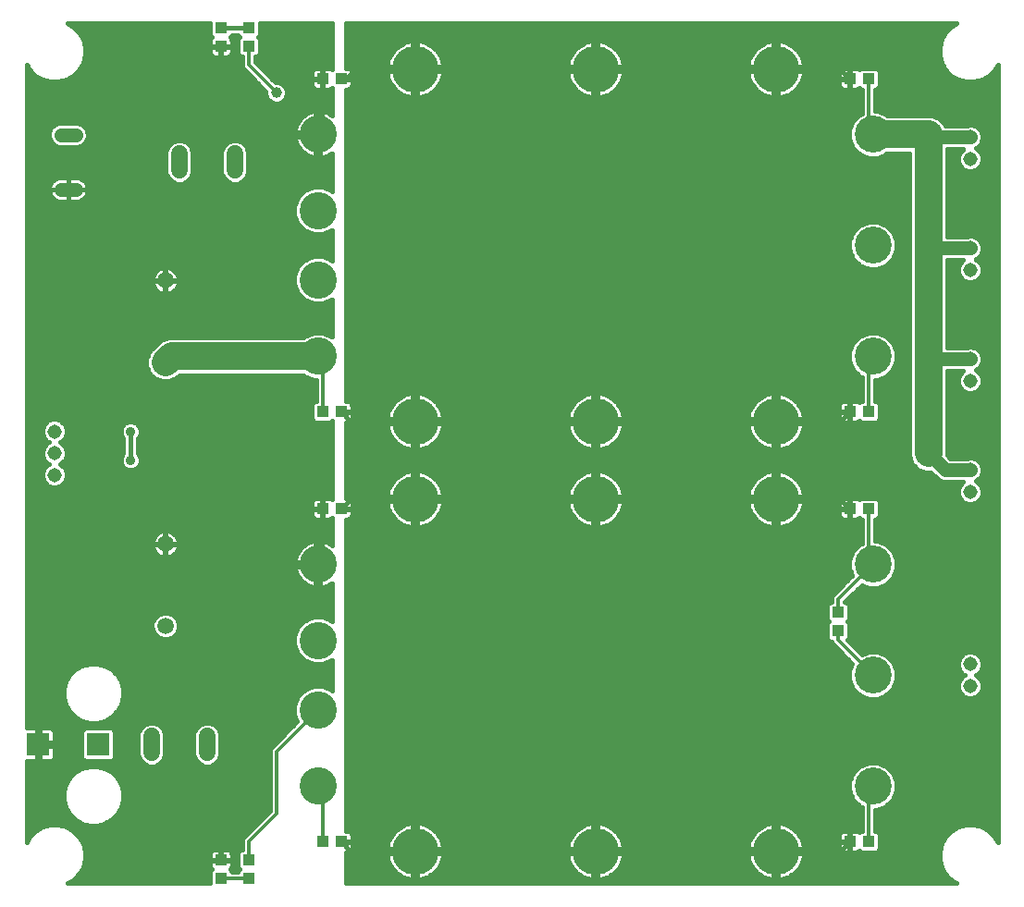
<source format=gtl>
G75*
G70*
%OFA0B0*%
%FSLAX24Y24*%
%IPPOS*%
%LPD*%
%AMOC8*
5,1,8,0,0,1.08239X$1,22.5*
%
%ADD10C,0.1341*%
%ADD11C,0.1329*%
%ADD12C,0.1683*%
%ADD13R,0.0433X0.0394*%
%ADD14C,0.0594*%
%ADD15R,0.0827X0.0827*%
%ADD16C,0.0515*%
%ADD17C,0.0515*%
%ADD18C,0.0600*%
%ADD19C,0.0120*%
%ADD20C,0.1000*%
%ADD21C,0.0700*%
%ADD22C,0.0500*%
%ADD23C,0.0396*%
%ADD24C,0.0160*%
%ADD25C,0.0357*%
D10*
X017843Y006308D03*
X017843Y009056D03*
X017843Y011556D03*
X017843Y014308D03*
X017843Y021808D03*
X017843Y024556D03*
X017843Y027056D03*
X017843Y029808D03*
D11*
X037843Y029808D03*
X037843Y025808D03*
X037843Y021808D03*
X037843Y014308D03*
X037843Y010308D03*
X037843Y006308D03*
D12*
X034343Y003958D03*
X027843Y003958D03*
X021343Y003958D03*
X021343Y016658D03*
X021343Y019458D03*
X027843Y019458D03*
X027843Y016658D03*
X034343Y016658D03*
X034343Y019458D03*
X034343Y032158D03*
X027843Y032158D03*
X021343Y032158D03*
D13*
X018678Y031808D03*
X018009Y031808D03*
X015343Y032981D03*
X015343Y033650D03*
X014343Y033643D03*
X014343Y032973D03*
X018009Y019808D03*
X018678Y019808D03*
X018678Y016308D03*
X018009Y016308D03*
X018009Y004308D03*
X018678Y004308D03*
X015343Y003643D03*
X015343Y002973D03*
X014343Y002973D03*
X014343Y003643D03*
X036580Y011903D03*
X036580Y012572D03*
X037009Y016308D03*
X037678Y016308D03*
X037678Y019808D03*
X037009Y019808D03*
X037009Y031808D03*
X037678Y031808D03*
X037678Y004308D03*
X037009Y004308D03*
D14*
X012343Y012082D03*
X012343Y015034D03*
X012343Y021582D03*
X012343Y024534D03*
D15*
X009926Y007808D03*
X007761Y007808D03*
D16*
X008343Y017521D03*
X008343Y018308D03*
X008343Y019095D03*
X041343Y017702D03*
X041343Y016914D03*
X041343Y020914D03*
X041343Y021702D03*
X041343Y024914D03*
X041343Y025702D03*
X041343Y028914D03*
X041343Y029702D03*
X041343Y010702D03*
X041343Y009914D03*
D17*
X009101Y027824D02*
X008586Y027824D01*
X008586Y029792D02*
X009101Y029792D01*
D18*
X012843Y029108D02*
X012843Y028508D01*
X014843Y028508D02*
X014843Y029108D01*
X013843Y008108D02*
X013843Y007508D01*
X011843Y007508D02*
X011843Y008108D01*
D19*
X016343Y007556D02*
X016343Y005308D01*
X015343Y004308D01*
X015343Y003643D01*
X015343Y002973D02*
X014343Y002973D01*
X018009Y004308D02*
X018009Y006143D01*
X017843Y006308D01*
X016343Y007556D02*
X017843Y009056D01*
X017843Y014308D02*
X018009Y014473D01*
X018009Y016308D01*
X018009Y019808D02*
X018009Y021643D01*
X017843Y021808D01*
X017843Y029808D02*
X018009Y029973D01*
X018009Y031808D01*
X016343Y031308D02*
X015343Y032308D01*
X015343Y032981D01*
X037678Y031808D02*
X037678Y029973D01*
X037843Y029808D01*
X037843Y021808D02*
X037678Y021643D01*
X037678Y019808D01*
X037678Y016308D02*
X037678Y014473D01*
X037843Y014308D01*
X036580Y013044D01*
X036580Y012572D01*
X036580Y011903D02*
X036580Y011572D01*
X037843Y010308D01*
X037843Y006308D02*
X037678Y006143D01*
X037678Y004308D01*
D20*
X039843Y018308D02*
X039843Y021808D01*
X039843Y025308D01*
X039843Y028808D01*
X039843Y029808D01*
X037843Y029808D01*
X017843Y021808D02*
X012570Y021808D01*
X012343Y021582D01*
D21*
X039843Y021808D02*
X039950Y020914D01*
X039843Y028808D02*
X039950Y028914D01*
D22*
X039843Y029702D02*
X039843Y029808D01*
X039843Y029702D02*
X041343Y029702D01*
X041343Y025702D02*
X039843Y025702D01*
X039843Y025308D01*
X039843Y021808D02*
X039843Y021702D01*
X041343Y021702D01*
X039843Y018308D02*
X040450Y017702D01*
X041343Y017702D01*
D23*
X016343Y031308D03*
D24*
X007343Y007215D02*
X007343Y004286D01*
X007459Y004486D01*
X007665Y004692D01*
X007917Y004838D01*
X008198Y004913D01*
X008489Y004913D01*
X008770Y004838D01*
X009022Y004692D01*
X009228Y004486D01*
X009373Y004235D01*
X009448Y003954D01*
X009448Y003663D01*
X009373Y003381D01*
X009228Y003130D01*
X009022Y002924D01*
X008821Y002808D01*
X013947Y002808D01*
X013947Y003245D01*
X014010Y003308D01*
X013983Y003335D01*
X013959Y003376D01*
X013947Y003422D01*
X013947Y003624D01*
X014325Y003624D01*
X014325Y003661D01*
X013947Y003661D01*
X013947Y003863D01*
X013959Y003909D01*
X013983Y003950D01*
X014016Y003984D01*
X014057Y004007D01*
X014103Y004019D01*
X014325Y004019D01*
X014325Y003661D01*
X014362Y003661D01*
X014740Y003661D01*
X014740Y003863D01*
X014728Y003909D01*
X014704Y003950D01*
X014671Y003984D01*
X014629Y004007D01*
X014584Y004019D01*
X014362Y004019D01*
X014362Y003661D01*
X014362Y003624D01*
X014740Y003624D01*
X014740Y003422D01*
X014728Y003376D01*
X014704Y003335D01*
X014677Y003308D01*
X014740Y003245D01*
X014740Y003213D01*
X014947Y003213D01*
X014947Y003245D01*
X015010Y003308D01*
X014947Y003371D01*
X014947Y003914D01*
X015052Y004019D01*
X015103Y004019D01*
X015103Y004260D01*
X015103Y004356D01*
X015140Y004444D01*
X016103Y005407D01*
X016103Y007508D01*
X016103Y007604D01*
X016140Y007692D01*
X017093Y008645D01*
X016993Y008887D01*
X016993Y009225D01*
X017122Y009538D01*
X017362Y009777D01*
X017674Y009906D01*
X018013Y009906D01*
X018325Y009777D01*
X018343Y009759D01*
X018343Y010853D01*
X018325Y010835D01*
X018013Y010706D01*
X017674Y010706D01*
X017362Y010835D01*
X017122Y011074D01*
X016993Y011387D01*
X016993Y011725D01*
X017122Y012038D01*
X017362Y012277D01*
X017674Y012406D01*
X018013Y012406D01*
X018325Y012277D01*
X018343Y012259D01*
X018343Y013620D01*
X018317Y013599D01*
X018220Y013544D01*
X018117Y013501D01*
X018010Y013472D01*
X017923Y013461D01*
X017923Y014228D01*
X017763Y014228D01*
X016996Y014228D01*
X017008Y014142D01*
X017036Y014034D01*
X017079Y013931D01*
X017135Y013834D01*
X017203Y013746D01*
X017281Y013667D01*
X017370Y013599D01*
X017466Y013544D01*
X017569Y013501D01*
X017677Y013472D01*
X017763Y013461D01*
X017763Y014228D01*
X017763Y014388D01*
X016996Y014388D01*
X017008Y014474D01*
X017036Y014582D01*
X017079Y014685D01*
X017135Y014782D01*
X017203Y014870D01*
X017281Y014949D01*
X017370Y015017D01*
X017466Y015072D01*
X017569Y015115D01*
X017677Y015144D01*
X017763Y015155D01*
X017763Y014388D01*
X017923Y014388D01*
X017923Y015155D01*
X018010Y015144D01*
X018117Y015115D01*
X018220Y015072D01*
X018317Y015017D01*
X018343Y014996D01*
X018343Y015975D01*
X018336Y015967D01*
X018295Y015943D01*
X018249Y015931D01*
X018027Y015931D01*
X018027Y016289D01*
X017990Y016289D01*
X017990Y015931D01*
X017769Y015931D01*
X017723Y015943D01*
X017682Y015967D01*
X017648Y016001D01*
X017625Y016042D01*
X017612Y016087D01*
X017612Y016290D01*
X017990Y016290D01*
X017990Y016326D01*
X017612Y016326D01*
X017612Y016529D01*
X017625Y016574D01*
X017648Y016615D01*
X017682Y016649D01*
X017723Y016673D01*
X017769Y016685D01*
X017990Y016685D01*
X017990Y016327D01*
X018027Y016327D01*
X018027Y016685D01*
X018249Y016685D01*
X018295Y016673D01*
X018336Y016649D01*
X018343Y016641D01*
X018343Y019475D01*
X018300Y019431D01*
X017718Y019431D01*
X017612Y019537D01*
X017612Y020079D01*
X017718Y020185D01*
X017769Y020185D01*
X017769Y020958D01*
X017674Y020958D01*
X017362Y021087D01*
X017321Y021128D01*
X012851Y021128D01*
X012729Y021005D01*
X012479Y020902D01*
X012208Y020902D01*
X011958Y021005D01*
X011767Y021196D01*
X011663Y021446D01*
X011663Y021717D01*
X011767Y021967D01*
X011993Y022193D01*
X012185Y022384D01*
X012435Y022488D01*
X017321Y022488D01*
X017362Y022529D01*
X017674Y022658D01*
X018013Y022658D01*
X018325Y022529D01*
X018343Y022511D01*
X018343Y023853D01*
X018325Y023835D01*
X018013Y023706D01*
X017674Y023706D01*
X017362Y023835D01*
X017122Y024074D01*
X016993Y024387D01*
X016993Y024725D01*
X017122Y025038D01*
X017362Y025277D01*
X017674Y025406D01*
X018013Y025406D01*
X018325Y025277D01*
X018343Y025259D01*
X018343Y026353D01*
X018325Y026335D01*
X018013Y026206D01*
X017674Y026206D01*
X017362Y026335D01*
X017122Y026574D01*
X016993Y026887D01*
X016993Y027225D01*
X017122Y027538D01*
X017362Y027777D01*
X017674Y027906D01*
X018013Y027906D01*
X018325Y027777D01*
X018343Y027759D01*
X018343Y029120D01*
X018317Y029099D01*
X018220Y029044D01*
X018117Y029001D01*
X018010Y028972D01*
X017923Y028961D01*
X017923Y029728D01*
X017763Y029728D01*
X016996Y029728D01*
X017008Y029642D01*
X017036Y029534D01*
X017079Y029431D01*
X017135Y029334D01*
X017203Y029246D01*
X017281Y029167D01*
X017370Y029099D01*
X017466Y029044D01*
X017569Y029001D01*
X017677Y028972D01*
X017763Y028961D01*
X017763Y029728D01*
X017763Y029888D01*
X016996Y029888D01*
X017008Y029974D01*
X017036Y030082D01*
X017079Y030185D01*
X017135Y030282D01*
X017203Y030370D01*
X007343Y030370D01*
X007343Y030212D02*
X008455Y030212D01*
X008499Y030230D02*
X008338Y030163D01*
X008215Y030040D01*
X008149Y029879D01*
X008149Y029705D01*
X008215Y029544D01*
X008338Y029421D01*
X008499Y029355D01*
X009188Y029355D01*
X009349Y029421D01*
X009472Y029544D01*
X009538Y029705D01*
X009538Y029879D01*
X009472Y030040D01*
X009349Y030163D01*
X009188Y030230D01*
X008499Y030230D01*
X008228Y030053D02*
X007343Y030053D01*
X007343Y029895D02*
X008155Y029895D01*
X008149Y029736D02*
X007343Y029736D01*
X007343Y029577D02*
X008201Y029577D01*
X008344Y029419D02*
X007343Y029419D01*
X007343Y029260D02*
X012387Y029260D01*
X012363Y029204D02*
X012437Y029380D01*
X012572Y029515D01*
X012748Y029588D01*
X012939Y029588D01*
X013115Y029515D01*
X013250Y029380D01*
X013323Y029204D01*
X013323Y028413D01*
X013250Y028236D01*
X013115Y028101D01*
X012939Y028028D01*
X012748Y028028D01*
X012572Y028101D01*
X012437Y028236D01*
X012363Y028413D01*
X012363Y029204D01*
X012363Y029102D02*
X007343Y029102D01*
X007343Y028943D02*
X012363Y028943D01*
X012363Y028785D02*
X007343Y028785D01*
X007343Y028626D02*
X012363Y028626D01*
X012363Y028468D02*
X007343Y028468D01*
X007343Y028309D02*
X012406Y028309D01*
X012522Y028151D02*
X009393Y028151D01*
X009386Y028157D02*
X009330Y028198D01*
X009269Y028229D01*
X009203Y028250D01*
X009135Y028261D01*
X008844Y028261D01*
X008844Y027824D01*
X009538Y027824D01*
X009538Y027858D01*
X009528Y027926D01*
X009506Y027992D01*
X018343Y027992D01*
X018343Y027834D02*
X018189Y027834D01*
X018343Y028151D02*
X015165Y028151D01*
X015115Y028101D02*
X015250Y028236D01*
X015323Y028413D01*
X015323Y029204D01*
X015250Y029380D01*
X015115Y029515D01*
X014939Y029588D01*
X014748Y029588D01*
X014572Y029515D01*
X014437Y029380D01*
X014363Y029204D01*
X014363Y028413D01*
X014437Y028236D01*
X014572Y028101D01*
X014748Y028028D01*
X014939Y028028D01*
X015115Y028101D01*
X015281Y028309D02*
X018343Y028309D01*
X018343Y028468D02*
X015323Y028468D01*
X015323Y028626D02*
X018343Y028626D01*
X018343Y028785D02*
X015323Y028785D01*
X015323Y028943D02*
X018343Y028943D01*
X018343Y029102D02*
X018320Y029102D01*
X017923Y029102D02*
X017763Y029102D01*
X017763Y029260D02*
X017923Y029260D01*
X017923Y029419D02*
X017763Y029419D01*
X017763Y029577D02*
X017923Y029577D01*
X017763Y029736D02*
X009538Y029736D01*
X009532Y029895D02*
X016997Y029895D01*
X017029Y030053D02*
X009459Y030053D01*
X009232Y030212D02*
X017094Y030212D01*
X017203Y030370D02*
X017281Y030449D01*
X017370Y030517D01*
X017466Y030572D01*
X017569Y030615D01*
X017677Y030644D01*
X017763Y030655D01*
X017763Y029888D01*
X017923Y029888D01*
X017923Y030655D01*
X018010Y030644D01*
X018117Y030615D01*
X018220Y030572D01*
X018317Y030517D01*
X018343Y030496D01*
X018343Y031475D01*
X018336Y031467D01*
X018295Y031443D01*
X018249Y031431D01*
X018027Y031431D01*
X018027Y031789D01*
X017990Y031789D01*
X017990Y031431D01*
X017769Y031431D01*
X017723Y031443D01*
X017682Y031467D01*
X017648Y031501D01*
X017625Y031542D01*
X017612Y031587D01*
X017612Y031790D01*
X017990Y031790D01*
X017990Y031826D01*
X017612Y031826D01*
X017612Y032029D01*
X017625Y032074D01*
X017648Y032115D01*
X017682Y032149D01*
X017723Y032173D01*
X017769Y032185D01*
X017990Y032185D01*
X017990Y031827D01*
X018027Y031827D01*
X018027Y032185D01*
X018249Y032185D01*
X018295Y032173D01*
X018336Y032149D01*
X018343Y032141D01*
X018343Y033808D01*
X015740Y033808D01*
X015740Y033379D01*
X015677Y033316D01*
X015740Y033252D01*
X015740Y032709D01*
X015635Y032604D01*
X015583Y032604D01*
X015583Y032407D01*
X016305Y031686D01*
X016419Y031686D01*
X016558Y031629D01*
X016664Y031522D01*
X016722Y031383D01*
X016722Y031233D01*
X016664Y031094D01*
X016558Y030987D01*
X016419Y030930D01*
X016268Y030930D01*
X016129Y030987D01*
X016023Y031094D01*
X015965Y031233D01*
X015965Y031347D01*
X015140Y032172D01*
X015103Y032260D01*
X015103Y032356D01*
X015103Y032604D01*
X015052Y032604D01*
X014947Y032709D01*
X014947Y033252D01*
X015010Y033316D01*
X014947Y033379D01*
X014947Y033383D01*
X014740Y033383D01*
X014740Y033371D01*
X014677Y033308D01*
X014704Y033281D01*
X014728Y033240D01*
X014740Y033194D01*
X014740Y032992D01*
X014362Y032992D01*
X014362Y032955D01*
X014740Y032955D01*
X014740Y032753D01*
X014728Y032707D01*
X014704Y032666D01*
X014671Y032632D01*
X014629Y032609D01*
X014584Y032597D01*
X014362Y032597D01*
X014362Y032955D01*
X014325Y032955D01*
X013947Y032955D01*
X013947Y032753D01*
X013959Y032707D01*
X013983Y032666D01*
X014016Y032632D01*
X014057Y032609D01*
X014103Y032597D01*
X014325Y032597D01*
X014325Y032955D01*
X014325Y032992D01*
X013947Y032992D01*
X013947Y033194D01*
X013959Y033240D01*
X013983Y033281D01*
X014010Y033308D01*
X013947Y033371D01*
X013947Y033808D01*
X008821Y033808D01*
X009022Y033692D01*
X009228Y033486D01*
X009373Y033235D01*
X009448Y032954D01*
X009448Y032663D01*
X009373Y032381D01*
X009228Y032130D01*
X009022Y031924D01*
X008770Y031778D01*
X008489Y031703D01*
X008198Y031703D01*
X007917Y031778D01*
X007665Y031924D01*
X007459Y032130D01*
X007343Y032330D01*
X007343Y008401D01*
X007703Y008401D01*
X007703Y007866D01*
X007819Y007866D01*
X008354Y007866D01*
X008354Y008245D01*
X008342Y008291D01*
X008318Y008332D01*
X008285Y008365D01*
X008244Y008389D01*
X008198Y008401D01*
X007819Y008401D01*
X007819Y007866D01*
X007819Y007750D01*
X008354Y007750D01*
X008354Y007371D01*
X008342Y007325D01*
X008318Y007284D01*
X008285Y007251D01*
X008244Y007227D01*
X008198Y007215D01*
X007819Y007215D01*
X007819Y007750D01*
X007703Y007750D01*
X007703Y007215D01*
X007343Y007215D01*
X007343Y007064D02*
X011660Y007064D01*
X011748Y007028D02*
X011939Y007028D01*
X012115Y007101D01*
X012250Y007236D01*
X012323Y007413D01*
X012323Y008204D01*
X012250Y008380D01*
X012115Y008515D01*
X011939Y008588D01*
X011748Y008588D01*
X011572Y008515D01*
X011437Y008380D01*
X011363Y008204D01*
X011363Y007413D01*
X011437Y007236D01*
X011572Y007101D01*
X011748Y007028D01*
X012027Y007064D02*
X013660Y007064D01*
X013748Y007028D02*
X013939Y007028D01*
X014115Y007101D01*
X014250Y007236D01*
X014323Y007413D01*
X014323Y008204D01*
X014250Y008380D01*
X014115Y008515D01*
X013939Y008588D01*
X013748Y008588D01*
X013572Y008515D01*
X013437Y008380D01*
X013363Y008204D01*
X013363Y007413D01*
X013437Y007236D01*
X013572Y007101D01*
X013748Y007028D01*
X014027Y007064D02*
X016103Y007064D01*
X016103Y006906D02*
X010244Y006906D01*
X010158Y006955D02*
X010402Y006814D01*
X010602Y006615D01*
X010743Y006371D01*
X010816Y006099D01*
X010816Y005817D01*
X010743Y005544D01*
X010602Y005300D01*
X010402Y005101D01*
X010158Y004960D01*
X009886Y004887D01*
X009604Y004887D01*
X009332Y004960D01*
X009088Y005101D01*
X008888Y005300D01*
X008747Y005544D01*
X008674Y005817D01*
X008674Y006099D01*
X008747Y006371D01*
X008888Y006615D01*
X009088Y006814D01*
X009332Y006955D01*
X009604Y007028D01*
X009886Y007028D01*
X010158Y006955D01*
X010414Y007215D02*
X010519Y007320D01*
X010519Y008296D01*
X010414Y008401D01*
X009438Y008401D01*
X009333Y008296D01*
X009333Y007320D01*
X009438Y007215D01*
X010414Y007215D01*
X010422Y007223D02*
X011450Y007223D01*
X011376Y007381D02*
X010519Y007381D01*
X010519Y007540D02*
X011363Y007540D01*
X011363Y007699D02*
X010519Y007699D01*
X010519Y007857D02*
X011363Y007857D01*
X011363Y008016D02*
X010519Y008016D01*
X010519Y008174D02*
X011363Y008174D01*
X011417Y008333D02*
X010483Y008333D01*
X010158Y008661D02*
X010402Y008802D01*
X010602Y009001D01*
X010743Y009245D01*
X010816Y009517D01*
X010816Y009799D01*
X010743Y010072D01*
X010602Y010316D01*
X010402Y010515D01*
X010158Y010656D01*
X009886Y010729D01*
X009604Y010729D01*
X009332Y010656D01*
X009088Y010515D01*
X008888Y010316D01*
X008747Y010072D01*
X008674Y009799D01*
X008674Y009517D01*
X008747Y009245D01*
X008888Y009001D01*
X009088Y008802D01*
X009332Y008661D01*
X009604Y008588D01*
X009886Y008588D01*
X010158Y008661D01*
X010117Y008650D02*
X017091Y008650D01*
X017026Y008808D02*
X010409Y008808D01*
X010567Y008967D02*
X016993Y008967D01*
X016993Y009125D02*
X010673Y009125D01*
X010753Y009284D02*
X017017Y009284D01*
X017083Y009442D02*
X010795Y009442D01*
X010816Y009601D02*
X017186Y009601D01*
X017344Y009760D02*
X010816Y009760D01*
X010784Y009918D02*
X018343Y009918D01*
X018343Y009760D02*
X018343Y009760D01*
X018343Y010077D02*
X010740Y010077D01*
X010648Y010235D02*
X018343Y010235D01*
X018343Y010394D02*
X010524Y010394D01*
X010338Y010552D02*
X018343Y010552D01*
X018343Y010711D02*
X018025Y010711D01*
X017662Y010711D02*
X009954Y010711D01*
X009536Y010711D02*
X007343Y010711D01*
X007343Y010869D02*
X017327Y010869D01*
X017169Y011028D02*
X007343Y011028D01*
X007343Y011186D02*
X017076Y011186D01*
X017010Y011345D02*
X007343Y011345D01*
X007343Y011504D02*
X016993Y011504D01*
X016993Y011662D02*
X012577Y011662D01*
X012614Y011677D02*
X012438Y011605D01*
X012249Y011605D01*
X012073Y011677D01*
X011939Y011812D01*
X011867Y011987D01*
X011867Y012176D01*
X011939Y012352D01*
X012073Y012486D01*
X012249Y012558D01*
X012438Y012558D01*
X012614Y012486D01*
X012748Y012352D01*
X012820Y012176D01*
X012820Y011987D01*
X012748Y011812D01*
X012614Y011677D01*
X012751Y011821D02*
X017033Y011821D01*
X017098Y011979D02*
X012817Y011979D01*
X012820Y012138D02*
X017222Y012138D01*
X017408Y012296D02*
X012771Y012296D01*
X012645Y012455D02*
X018343Y012455D01*
X018343Y012613D02*
X007343Y012613D01*
X007343Y012455D02*
X012042Y012455D01*
X011916Y012296D02*
X007343Y012296D01*
X007343Y012138D02*
X011867Y012138D01*
X011870Y011979D02*
X007343Y011979D01*
X007343Y011821D02*
X011935Y011821D01*
X012110Y011662D02*
X007343Y011662D01*
X007343Y010552D02*
X009152Y010552D01*
X008966Y010394D02*
X007343Y010394D01*
X007343Y010235D02*
X008842Y010235D01*
X008750Y010077D02*
X007343Y010077D01*
X007343Y009918D02*
X008706Y009918D01*
X008674Y009760D02*
X007343Y009760D01*
X007343Y009601D02*
X008674Y009601D01*
X008695Y009442D02*
X007343Y009442D01*
X007343Y009284D02*
X008737Y009284D01*
X008817Y009125D02*
X007343Y009125D01*
X007343Y008967D02*
X008923Y008967D01*
X009081Y008808D02*
X007343Y008808D01*
X007343Y008650D02*
X009373Y008650D01*
X009369Y008333D02*
X008317Y008333D01*
X008354Y008174D02*
X009333Y008174D01*
X009333Y008016D02*
X008354Y008016D01*
X008354Y007699D02*
X009333Y007699D01*
X009333Y007857D02*
X007819Y007857D01*
X007819Y007699D02*
X007703Y007699D01*
X007703Y007540D02*
X007819Y007540D01*
X007819Y007381D02*
X007703Y007381D01*
X007703Y007223D02*
X007819Y007223D01*
X008229Y007223D02*
X009430Y007223D01*
X009333Y007381D02*
X008354Y007381D01*
X008354Y007540D02*
X009333Y007540D01*
X009246Y006906D02*
X007343Y006906D01*
X007343Y006747D02*
X009021Y006747D01*
X008873Y006589D02*
X007343Y006589D01*
X007343Y006430D02*
X008782Y006430D01*
X008721Y006272D02*
X007343Y006272D01*
X007343Y006113D02*
X008678Y006113D01*
X008674Y005955D02*
X007343Y005955D01*
X007343Y005796D02*
X008680Y005796D01*
X008722Y005637D02*
X007343Y005637D01*
X007343Y005479D02*
X008785Y005479D01*
X008877Y005320D02*
X007343Y005320D01*
X007343Y005162D02*
X009027Y005162D01*
X009257Y005003D02*
X007343Y005003D01*
X007343Y004845D02*
X007943Y004845D01*
X007659Y004686D02*
X007343Y004686D01*
X007343Y004528D02*
X007500Y004528D01*
X007392Y004369D02*
X007343Y004369D01*
X008744Y004845D02*
X015541Y004845D01*
X015699Y005003D02*
X010233Y005003D01*
X010463Y005162D02*
X015858Y005162D01*
X016016Y005320D02*
X010613Y005320D01*
X010705Y005479D02*
X016103Y005479D01*
X016103Y005637D02*
X010768Y005637D01*
X010810Y005796D02*
X016103Y005796D01*
X016103Y005955D02*
X010816Y005955D01*
X010812Y006113D02*
X016103Y006113D01*
X016103Y006272D02*
X010769Y006272D01*
X010708Y006430D02*
X016103Y006430D01*
X016103Y006589D02*
X010617Y006589D01*
X010469Y006747D02*
X016103Y006747D01*
X016103Y007223D02*
X014237Y007223D01*
X014311Y007381D02*
X016103Y007381D01*
X016103Y007540D02*
X014323Y007540D01*
X014323Y007699D02*
X016147Y007699D01*
X016305Y007857D02*
X014323Y007857D01*
X014323Y008016D02*
X016464Y008016D01*
X016622Y008174D02*
X014323Y008174D01*
X014270Y008333D02*
X016781Y008333D01*
X016939Y008491D02*
X014139Y008491D01*
X013548Y008491D02*
X012139Y008491D01*
X012270Y008333D02*
X013417Y008333D01*
X013363Y008174D02*
X012323Y008174D01*
X012323Y008016D02*
X013363Y008016D01*
X013363Y007857D02*
X012323Y007857D01*
X012323Y007699D02*
X013363Y007699D01*
X013363Y007540D02*
X012323Y007540D01*
X012311Y007381D02*
X013376Y007381D01*
X013450Y007223D02*
X012237Y007223D01*
X011548Y008491D02*
X007343Y008491D01*
X007703Y008333D02*
X007819Y008333D01*
X007819Y008174D02*
X007703Y008174D01*
X007703Y008016D02*
X007819Y008016D01*
X009028Y004686D02*
X015382Y004686D01*
X015224Y004528D02*
X009186Y004528D01*
X009295Y004369D02*
X015109Y004369D01*
X015103Y004211D02*
X009380Y004211D01*
X009422Y004052D02*
X015103Y004052D01*
X014947Y003893D02*
X014732Y003893D01*
X014740Y003735D02*
X014947Y003735D01*
X014947Y003576D02*
X014740Y003576D01*
X014739Y003418D02*
X014947Y003418D01*
X014961Y003259D02*
X014725Y003259D01*
X014362Y003735D02*
X014325Y003735D01*
X014325Y003893D02*
X014362Y003893D01*
X013955Y003893D02*
X009448Y003893D01*
X009448Y003735D02*
X013947Y003735D01*
X013947Y003576D02*
X009425Y003576D01*
X009383Y003418D02*
X013948Y003418D01*
X013961Y003259D02*
X009303Y003259D01*
X009199Y003101D02*
X013947Y003101D01*
X013947Y002942D02*
X009040Y002942D01*
X018678Y004308D02*
X019029Y003958D01*
X021343Y003958D01*
X027843Y003958D01*
X034343Y003958D01*
X036658Y003958D01*
X037009Y004308D01*
X037027Y004289D02*
X037027Y003931D01*
X037249Y003931D01*
X037295Y003943D01*
X037336Y003967D01*
X037343Y003975D01*
X037387Y003931D01*
X037969Y003931D01*
X038075Y004037D01*
X038075Y004579D01*
X037969Y004685D01*
X037918Y004685D01*
X037918Y005463D01*
X038011Y005463D01*
X038322Y005592D01*
X038559Y005830D01*
X038688Y006140D01*
X038688Y006476D01*
X038559Y006786D01*
X038322Y007024D01*
X038011Y007153D01*
X037675Y007153D01*
X037365Y007024D01*
X037127Y006786D01*
X036999Y006476D01*
X036999Y006140D01*
X037127Y005830D01*
X037365Y005592D01*
X037438Y005562D01*
X037438Y004685D01*
X037387Y004685D01*
X037343Y004641D01*
X037336Y004649D01*
X037295Y004673D01*
X037249Y004685D01*
X037027Y004685D01*
X037027Y004327D01*
X036990Y004327D01*
X036990Y004685D01*
X036769Y004685D01*
X036723Y004673D01*
X036682Y004649D01*
X036648Y004615D01*
X036625Y004574D01*
X036612Y004529D01*
X036612Y004326D01*
X036990Y004326D01*
X036990Y004290D01*
X036612Y004290D01*
X036612Y004087D01*
X036625Y004042D01*
X036648Y004001D01*
X036682Y003967D01*
X036723Y003943D01*
X036769Y003931D01*
X036990Y003931D01*
X036990Y004289D01*
X037027Y004289D01*
X037027Y004211D02*
X036990Y004211D01*
X036990Y004369D02*
X037027Y004369D01*
X037027Y004528D02*
X036990Y004528D01*
X036612Y004528D02*
X035192Y004528D01*
X035178Y004550D02*
X035106Y004640D01*
X035025Y004721D01*
X034936Y004792D01*
X034838Y004853D01*
X034735Y004903D01*
X034627Y004941D01*
X034515Y004966D01*
X034423Y004977D01*
X034423Y004038D01*
X034263Y004038D01*
X034263Y003878D01*
X033324Y003878D01*
X033335Y003786D01*
X033360Y003674D01*
X033398Y003566D01*
X033448Y003463D01*
X033509Y003365D01*
X033580Y003276D01*
X033662Y003195D01*
X033751Y003123D01*
X033848Y003062D01*
X033952Y003012D01*
X034060Y002974D01*
X034172Y002949D01*
X034263Y002938D01*
X034263Y003877D01*
X034423Y003877D01*
X034423Y002938D01*
X034515Y002949D01*
X034627Y002974D01*
X034735Y003012D01*
X034838Y003062D01*
X034936Y003123D01*
X035025Y003195D01*
X035106Y003276D01*
X035178Y003365D01*
X035239Y003463D01*
X035289Y003566D01*
X035327Y003674D01*
X035352Y003786D01*
X035363Y003878D01*
X034424Y003878D01*
X034424Y004038D01*
X035363Y004038D01*
X035352Y004129D01*
X035327Y004241D01*
X035289Y004349D01*
X035239Y004453D01*
X035178Y004550D01*
X035060Y004686D02*
X037438Y004686D01*
X037438Y004845D02*
X034852Y004845D01*
X034423Y004845D02*
X034263Y004845D01*
X034263Y004977D02*
X034172Y004966D01*
X034060Y004941D01*
X033952Y004903D01*
X033848Y004853D01*
X033751Y004792D01*
X033662Y004721D01*
X033580Y004640D01*
X033509Y004550D01*
X033448Y004453D01*
X033398Y004349D01*
X033360Y004241D01*
X033335Y004129D01*
X033324Y004038D01*
X034263Y004038D01*
X034263Y004977D01*
X034263Y004686D02*
X034423Y004686D01*
X034423Y004528D02*
X034263Y004528D01*
X034263Y004369D02*
X034423Y004369D01*
X034423Y004211D02*
X034263Y004211D01*
X034263Y004052D02*
X034423Y004052D01*
X034424Y003893D02*
X040238Y003893D01*
X040238Y003954D02*
X040238Y003663D01*
X040314Y003381D01*
X040459Y003130D01*
X040665Y002924D01*
X040866Y002808D01*
X018843Y002808D01*
X018843Y003931D01*
X018918Y003931D01*
X018964Y003943D01*
X019005Y003967D01*
X019039Y004001D01*
X019062Y004042D01*
X019075Y004087D01*
X019075Y004290D01*
X018843Y004290D01*
X018843Y004326D01*
X019075Y004326D01*
X019075Y004529D01*
X019062Y004574D01*
X019039Y004615D01*
X019005Y004649D01*
X018964Y004673D01*
X018918Y004685D01*
X018843Y004685D01*
X018843Y015931D01*
X018918Y015931D01*
X018964Y015943D01*
X019005Y015967D01*
X019039Y016001D01*
X019062Y016042D01*
X019075Y016087D01*
X019075Y016290D01*
X018843Y016290D01*
X018843Y016326D01*
X019075Y016326D01*
X019075Y016529D01*
X019062Y016574D01*
X019039Y016615D01*
X019005Y016649D01*
X018964Y016673D01*
X018918Y016685D01*
X018843Y016685D01*
X018843Y019431D01*
X021263Y019431D01*
X021263Y019378D02*
X020324Y019378D01*
X020335Y019286D01*
X020360Y019174D01*
X020398Y019066D01*
X020448Y018963D01*
X020509Y018865D01*
X020580Y018776D01*
X020662Y018695D01*
X020751Y018623D01*
X020848Y018562D01*
X020952Y018512D01*
X021060Y018474D01*
X021172Y018449D01*
X021263Y018438D01*
X021263Y019377D01*
X021423Y019377D01*
X021423Y018438D01*
X021515Y018449D01*
X021627Y018474D01*
X021735Y018512D01*
X021838Y018562D01*
X021936Y018623D01*
X022025Y018695D01*
X022106Y018776D01*
X022178Y018865D01*
X022239Y018963D01*
X022289Y019066D01*
X022327Y019174D01*
X022352Y019286D01*
X022363Y019378D01*
X021424Y019378D01*
X021424Y019538D01*
X022363Y019538D01*
X022352Y019629D01*
X022327Y019741D01*
X022289Y019849D01*
X022239Y019953D01*
X022178Y020050D01*
X022106Y020140D01*
X022025Y020221D01*
X021936Y020292D01*
X021838Y020353D01*
X021735Y020403D01*
X021627Y020441D01*
X021515Y020466D01*
X021423Y020477D01*
X021423Y019538D01*
X021263Y019538D01*
X021263Y019378D01*
X021263Y019272D02*
X021423Y019272D01*
X021423Y019114D02*
X021263Y019114D01*
X021263Y018955D02*
X021423Y018955D01*
X021423Y018797D02*
X021263Y018797D01*
X021263Y018638D02*
X021423Y018638D01*
X021423Y018479D02*
X021263Y018479D01*
X021045Y018479D02*
X018843Y018479D01*
X018843Y018321D02*
X039163Y018321D01*
X039163Y018173D02*
X039267Y017923D01*
X039458Y017732D01*
X039708Y017628D01*
X039915Y017628D01*
X040206Y017337D01*
X040364Y017272D01*
X040535Y017272D01*
X041082Y017272D01*
X040973Y017162D01*
X040906Y017001D01*
X040906Y016827D01*
X040973Y016666D01*
X041096Y016543D01*
X041256Y016477D01*
X041430Y016477D01*
X041591Y016543D01*
X041714Y016666D01*
X041781Y016827D01*
X041781Y017001D01*
X041714Y017162D01*
X041591Y017285D01*
X041536Y017308D01*
X041591Y017331D01*
X041714Y017454D01*
X041781Y017615D01*
X041781Y017789D01*
X041714Y017950D01*
X041591Y018073D01*
X041430Y018139D01*
X041256Y018139D01*
X041238Y018132D01*
X040628Y018132D01*
X040523Y018236D01*
X040523Y021272D01*
X041082Y021272D01*
X040973Y021162D01*
X040906Y021001D01*
X040906Y020827D01*
X040973Y020666D01*
X041096Y020543D01*
X041256Y020477D01*
X041430Y020477D01*
X041591Y020543D01*
X041714Y020666D01*
X041781Y020827D01*
X041781Y021001D01*
X041714Y021162D01*
X041591Y021285D01*
X041536Y021308D01*
X041591Y021331D01*
X041714Y021454D01*
X041781Y021615D01*
X041781Y021789D01*
X041714Y021950D01*
X041591Y022073D01*
X041430Y022139D01*
X041256Y022139D01*
X041238Y022132D01*
X040523Y022132D01*
X040523Y025173D01*
X040523Y025272D01*
X041082Y025272D01*
X040973Y025162D01*
X040906Y025001D01*
X040906Y024827D01*
X040973Y024666D01*
X041096Y024543D01*
X041256Y024477D01*
X041430Y024477D01*
X041591Y024543D01*
X041714Y024666D01*
X041781Y024827D01*
X041781Y025001D01*
X041714Y025162D01*
X041591Y025285D01*
X041536Y025308D01*
X041591Y025331D01*
X041714Y025454D01*
X041781Y025615D01*
X041781Y025789D01*
X041714Y025950D01*
X041591Y026073D01*
X041430Y026139D01*
X041256Y026139D01*
X041238Y026132D01*
X040523Y026132D01*
X040523Y028673D01*
X040523Y029272D01*
X041082Y029272D01*
X040973Y029162D01*
X040906Y029001D01*
X040906Y028827D01*
X040973Y028666D01*
X041096Y028543D01*
X041256Y028477D01*
X041430Y028477D01*
X041591Y028543D01*
X041714Y028666D01*
X041781Y028827D01*
X041781Y029001D01*
X041714Y029162D01*
X041591Y029285D01*
X041536Y029308D01*
X041591Y029331D01*
X041714Y029454D01*
X041781Y029615D01*
X041781Y029789D01*
X041714Y029950D01*
X041591Y030073D01*
X041430Y030139D01*
X041256Y030139D01*
X041238Y030132D01*
X040445Y030132D01*
X040420Y030193D01*
X040229Y030384D01*
X039979Y030488D01*
X039708Y030488D01*
X038358Y030488D01*
X038322Y030524D01*
X038011Y030653D01*
X037918Y030653D01*
X037918Y031431D01*
X037969Y031431D01*
X038075Y031537D01*
X038075Y032079D01*
X037969Y032185D01*
X037387Y032185D01*
X037343Y032141D01*
X037336Y032149D01*
X037295Y032173D01*
X037249Y032185D01*
X037027Y032185D01*
X037027Y031827D01*
X036990Y031827D01*
X036990Y032185D01*
X036769Y032185D01*
X036723Y032173D01*
X036682Y032149D01*
X036648Y032115D01*
X036625Y032074D01*
X036612Y032029D01*
X036612Y031826D01*
X036990Y031826D01*
X036990Y031790D01*
X036612Y031790D01*
X036612Y031587D01*
X036625Y031542D01*
X036648Y031501D01*
X036682Y031467D01*
X036723Y031443D01*
X036769Y031431D01*
X036990Y031431D01*
X036990Y031789D01*
X037027Y031789D01*
X037027Y031431D01*
X037249Y031431D01*
X037295Y031443D01*
X037336Y031467D01*
X037343Y031475D01*
X037387Y031431D01*
X037438Y031431D01*
X037438Y030554D01*
X037365Y030524D01*
X037127Y030286D01*
X036999Y029976D01*
X036999Y029640D01*
X037127Y029330D01*
X037365Y029092D01*
X037675Y028963D01*
X038011Y028963D01*
X038322Y029092D01*
X038358Y029128D01*
X039163Y029128D01*
X039163Y028673D01*
X039163Y025173D01*
X039163Y021673D01*
X039163Y018173D01*
X039168Y018162D02*
X018843Y018162D01*
X018843Y018004D02*
X039233Y018004D01*
X039345Y017845D02*
X018843Y017845D01*
X018843Y017687D02*
X039566Y017687D01*
X040015Y017528D02*
X034880Y017528D01*
X034838Y017554D02*
X034936Y017493D01*
X035025Y017421D01*
X035106Y017340D01*
X035178Y017251D01*
X035239Y017153D01*
X035289Y017050D01*
X035327Y016942D01*
X035352Y016830D01*
X035363Y016738D01*
X034424Y016738D01*
X034424Y016578D01*
X035363Y016578D01*
X035352Y016487D01*
X035327Y016375D01*
X035289Y016267D01*
X035239Y016163D01*
X035178Y016066D01*
X035106Y015976D01*
X035025Y015895D01*
X034936Y015824D01*
X034838Y015763D01*
X034735Y015713D01*
X034627Y015675D01*
X034515Y015650D01*
X034423Y015639D01*
X034423Y016578D01*
X034263Y016578D01*
X034263Y015639D01*
X034172Y015650D01*
X034060Y015675D01*
X033952Y015713D01*
X033848Y015763D01*
X033751Y015824D01*
X033662Y015895D01*
X033580Y015976D01*
X033509Y016066D01*
X033448Y016163D01*
X033398Y016267D01*
X033360Y016375D01*
X033335Y016487D01*
X033324Y016578D01*
X034263Y016578D01*
X034263Y016738D01*
X033324Y016738D01*
X033335Y016830D01*
X033360Y016942D01*
X033398Y017050D01*
X033448Y017153D01*
X033509Y017251D01*
X033580Y017340D01*
X033662Y017421D01*
X033751Y017493D01*
X033848Y017554D01*
X033952Y017604D01*
X034060Y017642D01*
X034172Y017667D01*
X034263Y017678D01*
X034263Y016739D01*
X034423Y016739D01*
X034423Y017678D01*
X034515Y017667D01*
X034627Y017642D01*
X034735Y017604D01*
X034838Y017554D01*
X035077Y017370D02*
X040174Y017370D01*
X040927Y017053D02*
X035288Y017053D01*
X035338Y016894D02*
X040906Y016894D01*
X040944Y016735D02*
X034424Y016735D01*
X034343Y016658D02*
X036658Y016658D01*
X037009Y016308D01*
X037027Y016289D02*
X037027Y015931D01*
X037249Y015931D01*
X037295Y015943D01*
X037336Y015967D01*
X037343Y015975D01*
X037387Y015931D01*
X037438Y015931D01*
X037438Y015054D01*
X037365Y015024D01*
X037127Y014786D01*
X036999Y014476D01*
X036999Y014140D01*
X037098Y013902D01*
X036376Y013180D01*
X036340Y013092D01*
X036340Y012996D01*
X036340Y012949D01*
X036289Y012949D01*
X036183Y012843D01*
X036183Y012300D01*
X036246Y012237D01*
X036183Y012174D01*
X036183Y011631D01*
X036289Y011526D01*
X036340Y011526D01*
X036340Y011524D01*
X036376Y011436D01*
X037098Y010714D01*
X036999Y010476D01*
X036999Y010140D01*
X037127Y009830D01*
X037365Y009592D01*
X037675Y009463D01*
X038011Y009463D01*
X038322Y009592D01*
X038559Y009830D01*
X038688Y010140D01*
X038688Y010476D01*
X038559Y010786D01*
X038322Y011024D01*
X038011Y011153D01*
X037675Y011153D01*
X037437Y011054D01*
X036918Y011573D01*
X036976Y011631D01*
X036976Y012174D01*
X036913Y012237D01*
X036976Y012300D01*
X036976Y012843D01*
X036871Y012949D01*
X036823Y012949D01*
X037437Y013562D01*
X037675Y013463D01*
X038011Y013463D01*
X038322Y013592D01*
X038559Y013830D01*
X038688Y014140D01*
X038688Y014476D01*
X038559Y014786D01*
X038322Y015024D01*
X038011Y015153D01*
X037918Y015153D01*
X037918Y015931D01*
X037969Y015931D01*
X038075Y016037D01*
X038075Y016579D01*
X037969Y016685D01*
X037387Y016685D01*
X037343Y016641D01*
X037336Y016649D01*
X037295Y016673D01*
X037249Y016685D01*
X037027Y016685D01*
X037027Y016327D01*
X036990Y016327D01*
X036990Y016685D01*
X036769Y016685D01*
X036723Y016673D01*
X036682Y016649D01*
X036648Y016615D01*
X036625Y016574D01*
X036612Y016529D01*
X036612Y016326D01*
X036990Y016326D01*
X036990Y016290D01*
X036612Y016290D01*
X036612Y016087D01*
X036625Y016042D01*
X036648Y016001D01*
X036682Y015967D01*
X036723Y015943D01*
X036769Y015931D01*
X036990Y015931D01*
X036990Y016289D01*
X037027Y016289D01*
X037027Y016260D02*
X036990Y016260D01*
X036990Y016418D02*
X037027Y016418D01*
X037027Y016577D02*
X036990Y016577D01*
X036626Y016577D02*
X035362Y016577D01*
X035337Y016418D02*
X036612Y016418D01*
X036612Y016260D02*
X035286Y016260D01*
X035200Y016101D02*
X036612Y016101D01*
X036725Y015943D02*
X035073Y015943D01*
X034873Y015784D02*
X037438Y015784D01*
X037438Y015626D02*
X018843Y015626D01*
X018843Y015784D02*
X020814Y015784D01*
X020848Y015763D02*
X020751Y015824D01*
X020662Y015895D01*
X020580Y015976D01*
X020509Y016066D01*
X020448Y016163D01*
X020398Y016267D01*
X020360Y016375D01*
X020335Y016487D01*
X020324Y016578D01*
X021263Y016578D01*
X021423Y016578D01*
X021423Y015639D01*
X021515Y015650D01*
X021627Y015675D01*
X021735Y015713D01*
X021838Y015763D01*
X021936Y015824D01*
X022025Y015895D01*
X022106Y015976D01*
X022178Y016066D01*
X022239Y016163D01*
X022289Y016267D01*
X022327Y016375D01*
X022352Y016487D01*
X022363Y016578D01*
X021424Y016578D01*
X021424Y016738D01*
X022363Y016738D01*
X022352Y016830D01*
X022327Y016942D01*
X022289Y017050D01*
X022239Y017153D01*
X022178Y017251D01*
X022106Y017340D01*
X022025Y017421D01*
X021936Y017493D01*
X021838Y017554D01*
X021735Y017604D01*
X021627Y017642D01*
X021515Y017667D01*
X021423Y017678D01*
X021423Y016739D01*
X021263Y016739D01*
X021263Y017678D01*
X021172Y017667D01*
X021060Y017642D01*
X020952Y017604D01*
X020848Y017554D01*
X020751Y017493D01*
X020662Y017421D01*
X020580Y017340D01*
X020509Y017251D01*
X020448Y017153D01*
X020398Y017050D01*
X020360Y016942D01*
X020335Y016830D01*
X020324Y016738D01*
X021263Y016738D01*
X021263Y016578D01*
X021263Y015639D01*
X021172Y015650D01*
X021060Y015675D01*
X020952Y015713D01*
X020848Y015763D01*
X020614Y015943D02*
X018961Y015943D01*
X019075Y016101D02*
X020487Y016101D01*
X020401Y016260D02*
X019075Y016260D01*
X019075Y016418D02*
X020350Y016418D01*
X020324Y016577D02*
X019061Y016577D01*
X019029Y016658D02*
X018678Y016308D01*
X018843Y016735D02*
X021263Y016735D01*
X021343Y016658D02*
X019029Y016658D01*
X018843Y016894D02*
X020349Y016894D01*
X020399Y017053D02*
X018843Y017053D01*
X018843Y017211D02*
X020484Y017211D01*
X020610Y017370D02*
X018843Y017370D01*
X018843Y017528D02*
X020807Y017528D01*
X021263Y017528D02*
X021423Y017528D01*
X021423Y017370D02*
X021263Y017370D01*
X021263Y017211D02*
X021423Y017211D01*
X021423Y017053D02*
X021263Y017053D01*
X021263Y016894D02*
X021423Y016894D01*
X021424Y016735D02*
X027763Y016735D01*
X027763Y016738D02*
X027763Y016578D01*
X027923Y016578D01*
X027923Y015639D01*
X028015Y015650D01*
X028127Y015675D01*
X028235Y015713D01*
X028338Y015763D01*
X028436Y015824D01*
X028525Y015895D01*
X028606Y015976D01*
X028678Y016066D01*
X028739Y016163D01*
X028789Y016267D01*
X028827Y016375D01*
X028852Y016487D01*
X028863Y016578D01*
X027924Y016578D01*
X027924Y016738D01*
X028863Y016738D01*
X028852Y016830D01*
X028827Y016942D01*
X028789Y017050D01*
X028739Y017153D01*
X028678Y017251D01*
X028606Y017340D01*
X028525Y017421D01*
X028436Y017493D01*
X028338Y017554D01*
X028235Y017604D01*
X028127Y017642D01*
X028015Y017667D01*
X027923Y017678D01*
X027923Y016739D01*
X027763Y016739D01*
X027763Y017678D01*
X027672Y017667D01*
X027560Y017642D01*
X027452Y017604D01*
X027348Y017554D01*
X027251Y017493D01*
X027162Y017421D01*
X027080Y017340D01*
X027009Y017251D01*
X026948Y017153D01*
X026898Y017050D01*
X026860Y016942D01*
X026835Y016830D01*
X026824Y016738D01*
X027763Y016738D01*
X027843Y016658D02*
X034343Y016658D01*
X034263Y016735D02*
X027924Y016735D01*
X027843Y016658D02*
X021343Y016658D01*
X021263Y016577D02*
X021423Y016577D01*
X021423Y016418D02*
X021263Y016418D01*
X021263Y016260D02*
X021423Y016260D01*
X021423Y016101D02*
X021263Y016101D01*
X021263Y015943D02*
X021423Y015943D01*
X021423Y015784D02*
X021263Y015784D01*
X021873Y015784D02*
X027314Y015784D01*
X027348Y015763D02*
X027452Y015713D01*
X027560Y015675D01*
X027672Y015650D01*
X027763Y015639D01*
X027763Y016578D01*
X026824Y016578D01*
X026835Y016487D01*
X026860Y016375D01*
X026898Y016267D01*
X026948Y016163D01*
X027009Y016066D01*
X027080Y015976D01*
X027162Y015895D01*
X027251Y015824D01*
X027348Y015763D01*
X027114Y015943D02*
X022073Y015943D01*
X022200Y016101D02*
X026987Y016101D01*
X026901Y016260D02*
X022286Y016260D01*
X022337Y016418D02*
X026850Y016418D01*
X026824Y016577D02*
X022362Y016577D01*
X022338Y016894D02*
X026849Y016894D01*
X026899Y017053D02*
X022288Y017053D01*
X022203Y017211D02*
X026984Y017211D01*
X027110Y017370D02*
X022077Y017370D01*
X021880Y017528D02*
X027307Y017528D01*
X027763Y017528D02*
X027923Y017528D01*
X027923Y017370D02*
X027763Y017370D01*
X027763Y017211D02*
X027923Y017211D01*
X027923Y017053D02*
X027763Y017053D01*
X027763Y016894D02*
X027923Y016894D01*
X027923Y016577D02*
X027763Y016577D01*
X027763Y016418D02*
X027923Y016418D01*
X027923Y016260D02*
X027763Y016260D01*
X027763Y016101D02*
X027923Y016101D01*
X027923Y015943D02*
X027763Y015943D01*
X027763Y015784D02*
X027923Y015784D01*
X028373Y015784D02*
X033814Y015784D01*
X033614Y015943D02*
X028573Y015943D01*
X028700Y016101D02*
X033487Y016101D01*
X033401Y016260D02*
X028786Y016260D01*
X028837Y016418D02*
X033350Y016418D01*
X033324Y016577D02*
X028862Y016577D01*
X028838Y016894D02*
X033349Y016894D01*
X033399Y017053D02*
X028788Y017053D01*
X028703Y017211D02*
X033484Y017211D01*
X033610Y017370D02*
X028577Y017370D01*
X028380Y017528D02*
X033807Y017528D01*
X034263Y017528D02*
X034423Y017528D01*
X034423Y017370D02*
X034263Y017370D01*
X034263Y017211D02*
X034423Y017211D01*
X034423Y017053D02*
X034263Y017053D01*
X034263Y016894D02*
X034423Y016894D01*
X034423Y016577D02*
X034263Y016577D01*
X034263Y016418D02*
X034423Y016418D01*
X034423Y016260D02*
X034263Y016260D01*
X034263Y016101D02*
X034423Y016101D01*
X034423Y015943D02*
X034263Y015943D01*
X034263Y015784D02*
X034423Y015784D01*
X035203Y017211D02*
X041022Y017211D01*
X041630Y017370D02*
X042343Y017370D01*
X042343Y017528D02*
X041745Y017528D01*
X041781Y017687D02*
X042343Y017687D01*
X042343Y017845D02*
X041758Y017845D01*
X041660Y018004D02*
X042343Y018004D01*
X042343Y018162D02*
X040597Y018162D01*
X040523Y018321D02*
X042343Y018321D01*
X042343Y018479D02*
X040523Y018479D01*
X040523Y018638D02*
X042343Y018638D01*
X042343Y018797D02*
X040523Y018797D01*
X040523Y018955D02*
X042343Y018955D01*
X042343Y019114D02*
X040523Y019114D01*
X040523Y019272D02*
X042343Y019272D01*
X042343Y019431D02*
X040523Y019431D01*
X040523Y019589D02*
X042343Y019589D01*
X042343Y019748D02*
X040523Y019748D01*
X040523Y019906D02*
X042343Y019906D01*
X042343Y020065D02*
X040523Y020065D01*
X040523Y020223D02*
X042343Y020223D01*
X042343Y020382D02*
X040523Y020382D01*
X040523Y020541D02*
X041103Y020541D01*
X040959Y020699D02*
X040523Y020699D01*
X040523Y020858D02*
X040906Y020858D01*
X040912Y021016D02*
X040523Y021016D01*
X040523Y021175D02*
X040985Y021175D01*
X041594Y021333D02*
X042343Y021333D01*
X042343Y021175D02*
X041702Y021175D01*
X041775Y021016D02*
X042343Y021016D01*
X042343Y020858D02*
X041781Y020858D01*
X041728Y020699D02*
X042343Y020699D01*
X042343Y020541D02*
X041584Y020541D01*
X041730Y021492D02*
X042343Y021492D01*
X042343Y021650D02*
X041781Y021650D01*
X041773Y021809D02*
X042343Y021809D01*
X042343Y021967D02*
X041696Y021967D01*
X041462Y022126D02*
X042343Y022126D01*
X042343Y022284D02*
X040523Y022284D01*
X040523Y022443D02*
X042343Y022443D01*
X042343Y022602D02*
X040523Y022602D01*
X040523Y022760D02*
X042343Y022760D01*
X042343Y022919D02*
X040523Y022919D01*
X040523Y023077D02*
X042343Y023077D01*
X042343Y023236D02*
X040523Y023236D01*
X040523Y023394D02*
X042343Y023394D01*
X042343Y023553D02*
X040523Y023553D01*
X040523Y023711D02*
X042343Y023711D01*
X042343Y023870D02*
X040523Y023870D01*
X040523Y024028D02*
X042343Y024028D01*
X042343Y024187D02*
X040523Y024187D01*
X040523Y024346D02*
X042343Y024346D01*
X042343Y024504D02*
X041496Y024504D01*
X041710Y024663D02*
X042343Y024663D01*
X042343Y024821D02*
X041778Y024821D01*
X041781Y024980D02*
X042343Y024980D01*
X042343Y025138D02*
X041724Y025138D01*
X041563Y025297D02*
X042343Y025297D01*
X042343Y025455D02*
X041715Y025455D01*
X041781Y025614D02*
X042343Y025614D01*
X042343Y025772D02*
X041781Y025772D01*
X041722Y025931D02*
X042343Y025931D01*
X042343Y026090D02*
X041550Y026090D01*
X042343Y026248D02*
X040523Y026248D01*
X040523Y026407D02*
X042343Y026407D01*
X042343Y026565D02*
X040523Y026565D01*
X040523Y026724D02*
X042343Y026724D01*
X042343Y026882D02*
X040523Y026882D01*
X040523Y027041D02*
X042343Y027041D01*
X042343Y027199D02*
X040523Y027199D01*
X040523Y027358D02*
X042343Y027358D01*
X042343Y027516D02*
X040523Y027516D01*
X040523Y027675D02*
X042343Y027675D01*
X042343Y027834D02*
X040523Y027834D01*
X040523Y027992D02*
X042343Y027992D01*
X042343Y028151D02*
X040523Y028151D01*
X040523Y028309D02*
X042343Y028309D01*
X042343Y028468D02*
X040523Y028468D01*
X040523Y028626D02*
X041013Y028626D01*
X040924Y028785D02*
X040523Y028785D01*
X040523Y028943D02*
X040906Y028943D01*
X040948Y029102D02*
X040523Y029102D01*
X040523Y029260D02*
X041071Y029260D01*
X041616Y029260D02*
X042343Y029260D01*
X042343Y029102D02*
X041739Y029102D01*
X041781Y028943D02*
X042343Y028943D01*
X042343Y028785D02*
X041763Y028785D01*
X041674Y028626D02*
X042343Y028626D01*
X042343Y029419D02*
X041679Y029419D01*
X041765Y029577D02*
X042343Y029577D01*
X042343Y029736D02*
X041781Y029736D01*
X041737Y029895D02*
X042343Y029895D01*
X042343Y030053D02*
X041611Y030053D01*
X042343Y030212D02*
X040401Y030212D01*
X040243Y030370D02*
X042343Y030370D01*
X042343Y030529D02*
X038310Y030529D01*
X037918Y030687D02*
X042343Y030687D01*
X042343Y030846D02*
X037918Y030846D01*
X037918Y031004D02*
X042343Y031004D01*
X042343Y031163D02*
X037918Y031163D01*
X037918Y031321D02*
X042343Y031321D01*
X042343Y031480D02*
X038018Y031480D01*
X038075Y031639D02*
X042343Y031639D01*
X042343Y031797D02*
X041802Y031797D01*
X041770Y031778D02*
X042022Y031924D01*
X042228Y032130D01*
X042343Y032330D01*
X042343Y004286D01*
X042228Y004486D01*
X042022Y004692D01*
X041770Y004838D01*
X041489Y004913D01*
X041198Y004913D01*
X040917Y004838D01*
X040665Y004692D01*
X040459Y004486D01*
X040314Y004235D01*
X040238Y003954D01*
X040265Y004052D02*
X038075Y004052D01*
X038075Y004211D02*
X040307Y004211D01*
X040391Y004369D02*
X038075Y004369D01*
X038075Y004528D02*
X040500Y004528D01*
X040659Y004686D02*
X037918Y004686D01*
X037918Y004845D02*
X040943Y004845D01*
X041744Y004845D02*
X042343Y004845D01*
X042343Y005003D02*
X037918Y005003D01*
X037918Y005162D02*
X042343Y005162D01*
X042343Y005320D02*
X037918Y005320D01*
X038049Y005479D02*
X042343Y005479D01*
X042343Y005637D02*
X038367Y005637D01*
X038526Y005796D02*
X042343Y005796D01*
X042343Y005955D02*
X038611Y005955D01*
X038677Y006113D02*
X042343Y006113D01*
X042343Y006272D02*
X038688Y006272D01*
X038688Y006430D02*
X042343Y006430D01*
X042343Y006589D02*
X038641Y006589D01*
X038576Y006747D02*
X042343Y006747D01*
X042343Y006906D02*
X038440Y006906D01*
X038224Y007064D02*
X042343Y007064D01*
X042343Y007223D02*
X018843Y007223D01*
X018843Y007381D02*
X042343Y007381D01*
X042343Y007540D02*
X018843Y007540D01*
X018843Y007699D02*
X042343Y007699D01*
X042343Y007857D02*
X018843Y007857D01*
X018843Y008016D02*
X042343Y008016D01*
X042343Y008174D02*
X018843Y008174D01*
X018843Y008333D02*
X042343Y008333D01*
X042343Y008491D02*
X018843Y008491D01*
X018843Y008650D02*
X042343Y008650D01*
X042343Y008808D02*
X018843Y008808D01*
X018843Y008967D02*
X042343Y008967D01*
X042343Y009125D02*
X018843Y009125D01*
X018843Y009284D02*
X042343Y009284D01*
X042343Y009442D02*
X018843Y009442D01*
X018843Y009601D02*
X037356Y009601D01*
X037198Y009760D02*
X018843Y009760D01*
X018843Y009918D02*
X037091Y009918D01*
X037025Y010077D02*
X018843Y010077D01*
X018843Y010235D02*
X036999Y010235D01*
X036999Y010394D02*
X018843Y010394D01*
X018843Y010552D02*
X037031Y010552D01*
X037096Y010711D02*
X018843Y010711D01*
X018843Y010869D02*
X036943Y010869D01*
X036784Y011028D02*
X018843Y011028D01*
X018843Y011186D02*
X036626Y011186D01*
X036467Y011345D02*
X018843Y011345D01*
X018843Y011504D02*
X036348Y011504D01*
X036183Y011662D02*
X018843Y011662D01*
X018843Y011821D02*
X036183Y011821D01*
X036183Y011979D02*
X018843Y011979D01*
X018843Y012138D02*
X036183Y012138D01*
X036187Y012296D02*
X018843Y012296D01*
X018843Y012455D02*
X036183Y012455D01*
X036183Y012613D02*
X018843Y012613D01*
X018843Y012772D02*
X036183Y012772D01*
X036270Y012930D02*
X018843Y012930D01*
X018843Y013089D02*
X036340Y013089D01*
X036444Y013248D02*
X018843Y013248D01*
X018843Y013406D02*
X036602Y013406D01*
X036761Y013565D02*
X018843Y013565D01*
X018843Y013723D02*
X036919Y013723D01*
X037078Y013882D02*
X018843Y013882D01*
X018843Y014040D02*
X037040Y014040D01*
X036999Y014199D02*
X018843Y014199D01*
X018843Y014357D02*
X036999Y014357D01*
X037015Y014516D02*
X018843Y014516D01*
X018843Y014674D02*
X037081Y014674D01*
X037174Y014833D02*
X018843Y014833D01*
X018843Y014991D02*
X037333Y014991D01*
X037438Y015150D02*
X018843Y015150D01*
X018843Y015309D02*
X037438Y015309D01*
X037438Y015467D02*
X018843Y015467D01*
X018343Y015467D02*
X012545Y015467D01*
X012526Y015476D02*
X012455Y015499D01*
X012381Y015511D01*
X012362Y015511D01*
X012362Y015053D01*
X012325Y015053D01*
X012325Y015511D01*
X012306Y015511D01*
X012232Y015499D01*
X012160Y015476D01*
X012094Y015442D01*
X012033Y015398D01*
X011980Y015345D01*
X011936Y015284D01*
X011902Y015217D01*
X011878Y015146D01*
X011867Y015072D01*
X011867Y015053D01*
X012325Y015053D01*
X012325Y015016D01*
X011867Y015016D01*
X011867Y014997D01*
X011878Y014923D01*
X011902Y014851D01*
X011936Y014784D01*
X011980Y014724D01*
X012033Y014671D01*
X012094Y014627D01*
X012160Y014592D01*
X012232Y014569D01*
X012306Y014558D01*
X012325Y014558D01*
X012325Y015016D01*
X012362Y015016D01*
X012362Y015053D01*
X012820Y015053D01*
X012820Y015072D01*
X012809Y015146D01*
X012785Y015217D01*
X012751Y015284D01*
X012707Y015345D01*
X012654Y015398D01*
X012593Y015442D01*
X012526Y015476D01*
X012362Y015467D02*
X012325Y015467D01*
X012325Y015309D02*
X012362Y015309D01*
X012362Y015150D02*
X012325Y015150D01*
X012362Y015016D02*
X012820Y015016D01*
X012820Y014997D01*
X012809Y014923D01*
X012785Y014851D01*
X012751Y014784D01*
X012707Y014724D01*
X012654Y014671D01*
X012593Y014627D01*
X012526Y014592D01*
X012455Y014569D01*
X012381Y014558D01*
X012362Y014558D01*
X012362Y015016D01*
X012362Y014991D02*
X012325Y014991D01*
X012325Y014833D02*
X012362Y014833D01*
X012362Y014674D02*
X012325Y014674D01*
X012029Y014674D02*
X007343Y014674D01*
X007343Y014516D02*
X017019Y014516D01*
X017075Y014674D02*
X012658Y014674D01*
X012776Y014833D02*
X017174Y014833D01*
X017337Y014991D02*
X012819Y014991D01*
X012807Y015150D02*
X017724Y015150D01*
X017763Y015150D02*
X017923Y015150D01*
X017963Y015150D02*
X018343Y015150D01*
X018343Y015309D02*
X012734Y015309D01*
X012142Y015467D02*
X007343Y015467D01*
X007343Y015309D02*
X011953Y015309D01*
X011880Y015150D02*
X007343Y015150D01*
X007343Y014991D02*
X011867Y014991D01*
X011911Y014833D02*
X007343Y014833D01*
X007343Y014357D02*
X017763Y014357D01*
X017763Y014199D02*
X017923Y014199D01*
X017923Y014040D02*
X017763Y014040D01*
X017763Y013882D02*
X017923Y013882D01*
X017923Y013723D02*
X017763Y013723D01*
X017763Y013565D02*
X017923Y013565D01*
X018257Y013565D02*
X018343Y013565D01*
X018343Y013406D02*
X007343Y013406D01*
X007343Y013248D02*
X018343Y013248D01*
X018343Y013089D02*
X007343Y013089D01*
X007343Y012930D02*
X018343Y012930D01*
X018343Y012772D02*
X007343Y012772D01*
X007343Y013565D02*
X017430Y013565D01*
X017226Y013723D02*
X007343Y013723D01*
X007343Y013882D02*
X017108Y013882D01*
X017035Y014040D02*
X007343Y014040D01*
X007343Y014199D02*
X017000Y014199D01*
X017763Y014516D02*
X017923Y014516D01*
X017923Y014674D02*
X017763Y014674D01*
X017763Y014833D02*
X017923Y014833D01*
X017923Y014991D02*
X017763Y014991D01*
X018343Y015626D02*
X007343Y015626D01*
X007343Y015784D02*
X018343Y015784D01*
X018343Y015943D02*
X018292Y015943D01*
X018027Y015943D02*
X017990Y015943D01*
X017990Y016101D02*
X018027Y016101D01*
X018027Y016260D02*
X017990Y016260D01*
X017990Y016418D02*
X018027Y016418D01*
X018027Y016577D02*
X017990Y016577D01*
X017626Y016577D02*
X007343Y016577D01*
X007343Y016735D02*
X018343Y016735D01*
X018343Y016894D02*
X007343Y016894D01*
X007343Y017053D02*
X018343Y017053D01*
X018343Y017211D02*
X008653Y017211D01*
X008591Y017150D02*
X008714Y017273D01*
X008781Y017434D01*
X008781Y017608D01*
X008714Y017768D01*
X008591Y017891D01*
X008536Y017914D01*
X008591Y017937D01*
X008714Y018060D01*
X008781Y018221D01*
X008781Y018395D01*
X008714Y018556D01*
X008591Y018679D01*
X008536Y018702D01*
X008591Y018725D01*
X008714Y018848D01*
X008781Y019008D01*
X008781Y019182D01*
X008714Y019343D01*
X008591Y019466D01*
X008430Y019533D01*
X008256Y019533D01*
X008096Y019466D01*
X007973Y019343D01*
X007906Y019182D01*
X007906Y019008D01*
X007973Y018848D01*
X008096Y018725D01*
X008151Y018702D01*
X008096Y018679D01*
X007973Y018556D01*
X007906Y018395D01*
X007906Y018221D01*
X007973Y018060D01*
X008096Y017937D01*
X008151Y017914D01*
X008096Y017891D01*
X007973Y017768D01*
X007906Y017608D01*
X007906Y017434D01*
X007973Y017273D01*
X008096Y017150D01*
X008256Y017083D01*
X008430Y017083D01*
X008591Y017150D01*
X008754Y017370D02*
X018343Y017370D01*
X018343Y017528D02*
X008781Y017528D01*
X008748Y017687D02*
X018343Y017687D01*
X018343Y017845D02*
X011388Y017845D01*
X011397Y017855D02*
X011296Y017754D01*
X011165Y017700D01*
X011022Y017700D01*
X010890Y017754D01*
X010790Y017855D01*
X010735Y017987D01*
X010735Y018129D01*
X010790Y018261D01*
X010833Y018305D01*
X010833Y018849D01*
X010790Y018892D01*
X010735Y019024D01*
X010735Y019167D01*
X010790Y019298D01*
X010890Y019399D01*
X011022Y019454D01*
X011165Y019454D01*
X011296Y019399D01*
X011397Y019298D01*
X011452Y019167D01*
X011452Y019024D01*
X011397Y018892D01*
X011353Y018849D01*
X011353Y018305D01*
X011397Y018261D01*
X011452Y018129D01*
X011452Y017987D01*
X011397Y017855D01*
X011452Y018004D02*
X018343Y018004D01*
X018343Y018162D02*
X011438Y018162D01*
X011353Y018321D02*
X018343Y018321D01*
X018343Y018479D02*
X011353Y018479D01*
X011353Y018638D02*
X018343Y018638D01*
X018343Y018797D02*
X011353Y018797D01*
X011423Y018955D02*
X018343Y018955D01*
X018343Y019114D02*
X011452Y019114D01*
X011408Y019272D02*
X018343Y019272D01*
X018343Y019431D02*
X011221Y019431D01*
X010966Y019431D02*
X008627Y019431D01*
X008744Y019272D02*
X010779Y019272D01*
X010735Y019114D02*
X008781Y019114D01*
X008759Y018955D02*
X010764Y018955D01*
X010833Y018797D02*
X008663Y018797D01*
X008632Y018638D02*
X010833Y018638D01*
X010833Y018479D02*
X008746Y018479D01*
X008781Y018321D02*
X010833Y018321D01*
X010749Y018162D02*
X008757Y018162D01*
X008658Y018004D02*
X010735Y018004D01*
X010799Y017845D02*
X008637Y017845D01*
X008049Y017845D02*
X007343Y017845D01*
X007343Y017687D02*
X007939Y017687D01*
X007906Y017528D02*
X007343Y017528D01*
X007343Y017370D02*
X007932Y017370D01*
X008034Y017211D02*
X007343Y017211D01*
X007343Y016418D02*
X017612Y016418D01*
X017612Y016260D02*
X007343Y016260D01*
X007343Y016101D02*
X017612Y016101D01*
X017725Y015943D02*
X007343Y015943D01*
X007343Y018004D02*
X008029Y018004D01*
X007930Y018162D02*
X007343Y018162D01*
X007343Y018321D02*
X007906Y018321D01*
X007941Y018479D02*
X007343Y018479D01*
X007343Y018638D02*
X008055Y018638D01*
X008024Y018797D02*
X007343Y018797D01*
X007343Y018955D02*
X007928Y018955D01*
X007906Y019114D02*
X007343Y019114D01*
X007343Y019272D02*
X007943Y019272D01*
X008060Y019431D02*
X007343Y019431D01*
X007343Y019589D02*
X017612Y019589D01*
X017612Y019748D02*
X007343Y019748D01*
X007343Y019906D02*
X017612Y019906D01*
X017612Y020065D02*
X007343Y020065D01*
X007343Y020223D02*
X017769Y020223D01*
X017769Y020382D02*
X007343Y020382D01*
X007343Y020541D02*
X017769Y020541D01*
X017769Y020699D02*
X007343Y020699D01*
X007343Y020858D02*
X017769Y020858D01*
X017533Y021016D02*
X012740Y021016D01*
X011947Y021016D02*
X007343Y021016D01*
X007343Y021175D02*
X011789Y021175D01*
X011710Y021333D02*
X007343Y021333D01*
X007343Y021492D02*
X011663Y021492D01*
X011663Y021650D02*
X007343Y021650D01*
X007343Y021809D02*
X011702Y021809D01*
X011768Y021967D02*
X007343Y021967D01*
X007343Y022126D02*
X011926Y022126D01*
X012085Y022284D02*
X007343Y022284D01*
X007343Y022443D02*
X012326Y022443D01*
X012325Y024058D02*
X012325Y024516D01*
X011867Y024516D01*
X011867Y024497D01*
X011878Y024423D01*
X011902Y024351D01*
X011936Y024284D01*
X011980Y024224D01*
X012033Y024171D01*
X012094Y024127D01*
X012160Y024092D01*
X012232Y024069D01*
X012306Y024058D01*
X012325Y024058D01*
X012362Y024058D02*
X012381Y024058D01*
X012455Y024069D01*
X012526Y024092D01*
X012593Y024127D01*
X012654Y024171D01*
X012707Y024224D01*
X012751Y024284D01*
X012785Y024351D01*
X012809Y024423D01*
X012820Y024497D01*
X012820Y024516D01*
X012362Y024516D01*
X012362Y024553D01*
X012325Y024553D01*
X012325Y025011D01*
X012306Y025011D01*
X012232Y024999D01*
X012160Y024976D01*
X012094Y024942D01*
X012033Y024898D01*
X011980Y024845D01*
X011936Y024784D01*
X011902Y024717D01*
X011878Y024646D01*
X011867Y024572D01*
X011867Y024553D01*
X012325Y024553D01*
X012325Y024516D01*
X012362Y024516D01*
X012362Y024058D01*
X012362Y024187D02*
X012325Y024187D01*
X012325Y024346D02*
X012362Y024346D01*
X012362Y024504D02*
X012325Y024504D01*
X012362Y024553D02*
X012820Y024553D01*
X012820Y024572D01*
X012809Y024646D01*
X012785Y024717D01*
X012751Y024784D01*
X012707Y024845D01*
X012654Y024898D01*
X012593Y024942D01*
X012526Y024976D01*
X012455Y024999D01*
X012381Y025011D01*
X012362Y025011D01*
X012362Y024553D01*
X012362Y024663D02*
X012325Y024663D01*
X012325Y024821D02*
X012362Y024821D01*
X012362Y024980D02*
X012325Y024980D01*
X012171Y024980D02*
X007343Y024980D01*
X007343Y025138D02*
X017223Y025138D01*
X017098Y024980D02*
X012516Y024980D01*
X012725Y024821D02*
X017033Y024821D01*
X016993Y024663D02*
X012803Y024663D01*
X012820Y024504D02*
X016993Y024504D01*
X017010Y024346D02*
X012782Y024346D01*
X012670Y024187D02*
X017076Y024187D01*
X017168Y024028D02*
X007343Y024028D01*
X007343Y023870D02*
X017327Y023870D01*
X017660Y023711D02*
X007343Y023711D01*
X007343Y023553D02*
X018343Y023553D01*
X018343Y023711D02*
X018027Y023711D01*
X018343Y023394D02*
X007343Y023394D01*
X007343Y023236D02*
X018343Y023236D01*
X018343Y023077D02*
X007343Y023077D01*
X007343Y022919D02*
X018343Y022919D01*
X018343Y022760D02*
X007343Y022760D01*
X007343Y022602D02*
X017537Y022602D01*
X018150Y022602D02*
X018343Y022602D01*
X018843Y022602D02*
X037552Y022602D01*
X037675Y022653D02*
X037365Y022524D01*
X037127Y022286D01*
X036999Y021976D01*
X036999Y021640D01*
X037127Y021330D01*
X037365Y021092D01*
X037438Y021062D01*
X037438Y020185D01*
X037387Y020185D01*
X037343Y020141D01*
X037336Y020149D01*
X037295Y020173D01*
X037249Y020185D01*
X037027Y020185D01*
X037027Y019827D01*
X036990Y019827D01*
X036990Y020185D01*
X036769Y020185D01*
X036723Y020173D01*
X036682Y020149D01*
X036648Y020115D01*
X036625Y020074D01*
X036612Y020029D01*
X036612Y019826D01*
X036990Y019826D01*
X036990Y019790D01*
X036612Y019790D01*
X036612Y019587D01*
X036625Y019542D01*
X036648Y019501D01*
X036682Y019467D01*
X036723Y019443D01*
X036769Y019431D01*
X036990Y019431D01*
X036990Y019789D01*
X037027Y019789D01*
X037027Y019431D01*
X037249Y019431D01*
X037295Y019443D01*
X037336Y019467D01*
X037343Y019475D01*
X037387Y019431D01*
X037969Y019431D01*
X038075Y019537D01*
X038075Y020079D01*
X037969Y020185D01*
X037918Y020185D01*
X037918Y020963D01*
X038011Y020963D01*
X038322Y021092D01*
X038559Y021330D01*
X038688Y021640D01*
X038688Y021976D01*
X038559Y022286D01*
X038322Y022524D01*
X038011Y022653D01*
X037675Y022653D01*
X037284Y022443D02*
X018843Y022443D01*
X018843Y022284D02*
X037127Y022284D01*
X037061Y022126D02*
X018843Y022126D01*
X018843Y021967D02*
X036999Y021967D01*
X036999Y021809D02*
X018843Y021809D01*
X018843Y021650D02*
X036999Y021650D01*
X037060Y021492D02*
X018843Y021492D01*
X018843Y021333D02*
X037126Y021333D01*
X037282Y021175D02*
X018843Y021175D01*
X018843Y021016D02*
X037438Y021016D01*
X037438Y020858D02*
X018843Y020858D01*
X018843Y020699D02*
X037438Y020699D01*
X037438Y020541D02*
X018843Y020541D01*
X018843Y020382D02*
X020908Y020382D01*
X020952Y020403D02*
X020848Y020353D01*
X020751Y020292D01*
X020662Y020221D01*
X020580Y020140D01*
X020509Y020050D01*
X020448Y019953D01*
X020398Y019849D01*
X020360Y019741D01*
X020335Y019629D01*
X020324Y019538D01*
X021263Y019538D01*
X021263Y020477D01*
X021172Y020466D01*
X021060Y020441D01*
X020952Y020403D01*
X021263Y020382D02*
X021423Y020382D01*
X021423Y020223D02*
X021263Y020223D01*
X021263Y020065D02*
X021423Y020065D01*
X021423Y019906D02*
X021263Y019906D01*
X021263Y019748D02*
X021423Y019748D01*
X021423Y019589D02*
X021263Y019589D01*
X021343Y019458D02*
X019029Y019458D01*
X018678Y019808D01*
X018843Y019826D02*
X019075Y019826D01*
X019075Y020029D01*
X019062Y020074D01*
X019039Y020115D01*
X019005Y020149D01*
X018964Y020173D01*
X018918Y020185D01*
X018843Y020185D01*
X018843Y031431D01*
X018918Y031431D01*
X018964Y031443D01*
X019005Y031467D01*
X019039Y031501D01*
X019062Y031542D01*
X019075Y031587D01*
X019075Y031790D01*
X018843Y031790D01*
X018843Y031826D01*
X019075Y031826D01*
X019075Y032029D01*
X019062Y032074D01*
X019039Y032115D01*
X019005Y032149D01*
X018964Y032173D01*
X018918Y032185D01*
X018843Y032185D01*
X018843Y033808D01*
X040866Y033808D01*
X040665Y033692D01*
X040459Y033486D01*
X040314Y033235D01*
X040238Y032954D01*
X040238Y032663D01*
X040314Y032381D01*
X040459Y032130D01*
X040665Y031924D01*
X040917Y031778D01*
X041198Y031703D01*
X041489Y031703D01*
X041770Y031778D01*
X042054Y031956D02*
X042343Y031956D01*
X042343Y032114D02*
X042212Y032114D01*
X042310Y032273D02*
X042343Y032273D01*
X040884Y031797D02*
X038075Y031797D01*
X038075Y031956D02*
X040633Y031956D01*
X040475Y032114D02*
X038040Y032114D01*
X037438Y031321D02*
X034932Y031321D01*
X034936Y031324D02*
X035025Y031395D01*
X035106Y031476D01*
X035178Y031566D01*
X035239Y031663D01*
X035289Y031767D01*
X035327Y031875D01*
X035352Y031987D01*
X035363Y032078D01*
X034424Y032078D01*
X034424Y032238D01*
X035363Y032238D01*
X035352Y032330D01*
X035327Y032442D01*
X035289Y032550D01*
X035239Y032653D01*
X035178Y032751D01*
X035106Y032840D01*
X035025Y032921D01*
X034936Y032993D01*
X034838Y033054D01*
X034735Y033104D01*
X034627Y033142D01*
X034515Y033167D01*
X034423Y033178D01*
X034423Y032239D01*
X034263Y032239D01*
X034263Y033178D01*
X034172Y033167D01*
X034060Y033142D01*
X033952Y033104D01*
X033848Y033054D01*
X033751Y032993D01*
X033662Y032921D01*
X033580Y032840D01*
X033509Y032751D01*
X033448Y032653D01*
X033398Y032550D01*
X033360Y032442D01*
X033335Y032330D01*
X033324Y032238D01*
X034263Y032238D01*
X034263Y032078D01*
X034423Y032078D01*
X034423Y031139D01*
X034515Y031150D01*
X034627Y031175D01*
X034735Y031213D01*
X034838Y031263D01*
X034936Y031324D01*
X035109Y031480D02*
X036669Y031480D01*
X036612Y031639D02*
X035223Y031639D01*
X035299Y031797D02*
X036990Y031797D01*
X037009Y031808D02*
X036658Y032158D01*
X034343Y032158D01*
X027843Y032158D01*
X021343Y032158D01*
X019194Y032158D01*
X018843Y031808D01*
X018678Y031808D01*
X018843Y031797D02*
X020387Y031797D01*
X020398Y031767D02*
X020448Y031663D01*
X020509Y031566D01*
X020580Y031476D01*
X020662Y031395D01*
X020751Y031324D01*
X020848Y031263D01*
X020952Y031213D01*
X021060Y031175D01*
X021172Y031150D01*
X021263Y031139D01*
X021263Y032078D01*
X021423Y032078D01*
X021423Y031139D01*
X021515Y031150D01*
X021627Y031175D01*
X021735Y031213D01*
X021838Y031263D01*
X021936Y031324D01*
X022025Y031395D01*
X022106Y031476D01*
X022178Y031566D01*
X022239Y031663D01*
X022289Y031767D01*
X022327Y031875D01*
X022352Y031987D01*
X022363Y032078D01*
X021424Y032078D01*
X021424Y032238D01*
X022363Y032238D01*
X022352Y032330D01*
X022327Y032442D01*
X022289Y032550D01*
X022239Y032653D01*
X022178Y032751D01*
X022106Y032840D01*
X022025Y032921D01*
X021936Y032993D01*
X021838Y033054D01*
X021735Y033104D01*
X021627Y033142D01*
X021515Y033167D01*
X021423Y033178D01*
X021423Y032239D01*
X021263Y032239D01*
X021263Y033178D01*
X021172Y033167D01*
X021060Y033142D01*
X020952Y033104D01*
X020848Y033054D01*
X020751Y032993D01*
X020662Y032921D01*
X020580Y032840D01*
X020509Y032751D01*
X020448Y032653D01*
X020398Y032550D01*
X020360Y032442D01*
X020335Y032330D01*
X020324Y032238D01*
X021263Y032238D01*
X021263Y032078D01*
X020324Y032078D01*
X020335Y031987D01*
X020360Y031875D01*
X020398Y031767D01*
X020463Y031639D02*
X019075Y031639D01*
X019018Y031480D02*
X020578Y031480D01*
X020755Y031321D02*
X018843Y031321D01*
X018843Y031163D02*
X021113Y031163D01*
X021263Y031163D02*
X021423Y031163D01*
X021573Y031163D02*
X027613Y031163D01*
X027560Y031175D02*
X027672Y031150D01*
X027763Y031139D01*
X027763Y032078D01*
X027923Y032078D01*
X027923Y031139D01*
X028015Y031150D01*
X028127Y031175D01*
X028235Y031213D01*
X028338Y031263D01*
X028436Y031324D01*
X028525Y031395D01*
X028606Y031476D01*
X028678Y031566D01*
X028739Y031663D01*
X028789Y031767D01*
X028827Y031875D01*
X028852Y031987D01*
X028863Y032078D01*
X027924Y032078D01*
X027924Y032238D01*
X028863Y032238D01*
X028852Y032330D01*
X028827Y032442D01*
X028789Y032550D01*
X028739Y032653D01*
X028678Y032751D01*
X028606Y032840D01*
X028525Y032921D01*
X028436Y032993D01*
X028338Y033054D01*
X028235Y033104D01*
X028127Y033142D01*
X028015Y033167D01*
X027923Y033178D01*
X027923Y032239D01*
X027763Y032239D01*
X027763Y033178D01*
X027672Y033167D01*
X027560Y033142D01*
X027452Y033104D01*
X027348Y033054D01*
X027251Y032993D01*
X027162Y032921D01*
X027080Y032840D01*
X027009Y032751D01*
X026948Y032653D01*
X026898Y032550D01*
X026860Y032442D01*
X026835Y032330D01*
X026824Y032238D01*
X027763Y032238D01*
X027763Y032078D01*
X026824Y032078D01*
X026835Y031987D01*
X026860Y031875D01*
X026898Y031767D01*
X026948Y031663D01*
X027009Y031566D01*
X027080Y031476D01*
X027162Y031395D01*
X027251Y031324D01*
X027348Y031263D01*
X027452Y031213D01*
X027560Y031175D01*
X027763Y031163D02*
X027923Y031163D01*
X028073Y031163D02*
X034113Y031163D01*
X034060Y031175D02*
X034172Y031150D01*
X034263Y031139D01*
X034263Y032078D01*
X033324Y032078D01*
X033335Y031987D01*
X033360Y031875D01*
X033398Y031767D01*
X033448Y031663D01*
X033509Y031566D01*
X033580Y031476D01*
X033662Y031395D01*
X033751Y031324D01*
X033848Y031263D01*
X033952Y031213D01*
X034060Y031175D01*
X034263Y031163D02*
X034423Y031163D01*
X034573Y031163D02*
X037438Y031163D01*
X037438Y031004D02*
X018843Y031004D01*
X018843Y030846D02*
X037438Y030846D01*
X037438Y030687D02*
X018843Y030687D01*
X018843Y030529D02*
X037377Y030529D01*
X037211Y030370D02*
X018843Y030370D01*
X018843Y030212D02*
X037097Y030212D01*
X037031Y030053D02*
X018843Y030053D01*
X018843Y029895D02*
X036999Y029895D01*
X036999Y029736D02*
X018843Y029736D01*
X018843Y029577D02*
X037025Y029577D01*
X037090Y029419D02*
X018843Y029419D01*
X018843Y029260D02*
X037197Y029260D01*
X037355Y029102D02*
X018843Y029102D01*
X018843Y028943D02*
X039163Y028943D01*
X039163Y028785D02*
X018843Y028785D01*
X018843Y028626D02*
X039163Y028626D01*
X039163Y028468D02*
X018843Y028468D01*
X018843Y028309D02*
X039163Y028309D01*
X039163Y028151D02*
X018843Y028151D01*
X018843Y027992D02*
X039163Y027992D01*
X039163Y027834D02*
X018843Y027834D01*
X018843Y027675D02*
X039163Y027675D01*
X039163Y027516D02*
X018843Y027516D01*
X018843Y027358D02*
X039163Y027358D01*
X039163Y027199D02*
X018843Y027199D01*
X018843Y027041D02*
X039163Y027041D01*
X039163Y026882D02*
X018843Y026882D01*
X018843Y026724D02*
X039163Y026724D01*
X039163Y026565D02*
X038222Y026565D01*
X038322Y026524D02*
X038011Y026653D01*
X037675Y026653D01*
X037365Y026524D01*
X037127Y026286D01*
X036999Y025976D01*
X036999Y025640D01*
X037127Y025330D01*
X037365Y025092D01*
X037675Y024963D01*
X038011Y024963D01*
X038322Y025092D01*
X038559Y025330D01*
X038688Y025640D01*
X038688Y025976D01*
X038559Y026286D01*
X038322Y026524D01*
X038439Y026407D02*
X039163Y026407D01*
X039163Y026248D02*
X038575Y026248D01*
X038641Y026090D02*
X039163Y026090D01*
X039163Y025931D02*
X038688Y025931D01*
X038688Y025772D02*
X039163Y025772D01*
X039163Y025614D02*
X038677Y025614D01*
X038611Y025455D02*
X039163Y025455D01*
X039163Y025297D02*
X038527Y025297D01*
X038368Y025138D02*
X039163Y025138D01*
X039163Y024980D02*
X038051Y024980D01*
X037636Y024980D02*
X018843Y024980D01*
X018843Y025138D02*
X037319Y025138D01*
X037160Y025297D02*
X018843Y025297D01*
X018843Y025455D02*
X037075Y025455D01*
X037010Y025614D02*
X018843Y025614D01*
X018843Y025772D02*
X036999Y025772D01*
X036999Y025931D02*
X018843Y025931D01*
X018843Y026090D02*
X037046Y026090D01*
X037112Y026248D02*
X018843Y026248D01*
X018843Y026407D02*
X037248Y026407D01*
X037464Y026565D02*
X018843Y026565D01*
X018343Y026248D02*
X018115Y026248D01*
X018343Y026090D02*
X007343Y026090D01*
X007343Y026248D02*
X017572Y026248D01*
X017290Y026407D02*
X007343Y026407D01*
X007343Y026565D02*
X017132Y026565D01*
X017061Y026724D02*
X007343Y026724D01*
X007343Y026882D02*
X016995Y026882D01*
X016993Y027041D02*
X007343Y027041D01*
X007343Y027199D02*
X016993Y027199D01*
X017048Y027358D02*
X007343Y027358D01*
X007343Y027516D02*
X008275Y027516D01*
X008252Y027539D02*
X008301Y027490D01*
X008357Y027450D01*
X008418Y027418D01*
X008484Y027397D01*
X008552Y027386D01*
X008843Y027386D01*
X008843Y027823D01*
X008844Y027823D01*
X008844Y027386D01*
X009135Y027386D01*
X009203Y027397D01*
X009269Y027418D01*
X009330Y027450D01*
X009386Y027490D01*
X009435Y027539D01*
X009475Y027594D01*
X009506Y027656D01*
X009528Y027721D01*
X009538Y027789D01*
X009538Y027824D01*
X008844Y027824D01*
X008844Y027824D01*
X008843Y027824D01*
X008843Y027824D01*
X008149Y027824D01*
X008149Y027858D01*
X008159Y027926D01*
X008181Y027992D01*
X007343Y027992D01*
X007343Y027834D02*
X008149Y027834D01*
X008149Y027824D02*
X008149Y027789D01*
X008159Y027721D01*
X008181Y027656D01*
X008212Y027594D01*
X008252Y027539D01*
X008174Y027675D02*
X007343Y027675D01*
X007343Y028151D02*
X008294Y028151D01*
X008301Y028157D02*
X008252Y028109D01*
X008212Y028053D01*
X008181Y027992D01*
X008149Y027824D02*
X008843Y027824D01*
X008843Y028261D01*
X008552Y028261D01*
X008484Y028250D01*
X008418Y028229D01*
X008357Y028198D01*
X008301Y028157D01*
X008843Y028151D02*
X008844Y028151D01*
X008843Y027992D02*
X008844Y027992D01*
X008843Y027834D02*
X008844Y027834D01*
X008843Y027675D02*
X008844Y027675D01*
X008843Y027516D02*
X008844Y027516D01*
X009412Y027516D02*
X017114Y027516D01*
X017260Y027675D02*
X009513Y027675D01*
X009538Y027834D02*
X017498Y027834D01*
X017367Y029102D02*
X015323Y029102D01*
X015300Y029260D02*
X017192Y029260D01*
X017086Y029419D02*
X015211Y029419D01*
X014964Y029577D02*
X017025Y029577D01*
X017763Y029895D02*
X017923Y029895D01*
X017923Y030053D02*
X017763Y030053D01*
X017763Y030212D02*
X017923Y030212D01*
X017923Y030370D02*
X017763Y030370D01*
X017763Y030529D02*
X017923Y030529D01*
X018296Y030529D02*
X018343Y030529D01*
X018343Y030687D02*
X007343Y030687D01*
X007343Y030529D02*
X017391Y030529D01*
X016693Y031163D02*
X018343Y031163D01*
X018343Y031321D02*
X016722Y031321D01*
X016681Y031480D02*
X017669Y031480D01*
X017612Y031639D02*
X016534Y031639D01*
X016194Y031797D02*
X017990Y031797D01*
X017990Y031639D02*
X018027Y031639D01*
X018027Y031480D02*
X017990Y031480D01*
X017990Y031956D02*
X018027Y031956D01*
X018027Y032114D02*
X017990Y032114D01*
X017648Y032114D02*
X015877Y032114D01*
X016035Y031956D02*
X017612Y031956D01*
X018343Y032273D02*
X015718Y032273D01*
X015583Y032431D02*
X018343Y032431D01*
X018343Y032590D02*
X015583Y032590D01*
X015740Y032748D02*
X018343Y032748D01*
X018343Y032907D02*
X015740Y032907D01*
X015740Y033065D02*
X018343Y033065D01*
X018343Y033224D02*
X015740Y033224D01*
X015740Y033383D02*
X018343Y033383D01*
X018343Y033541D02*
X015740Y033541D01*
X015740Y033700D02*
X018343Y033700D01*
X018843Y033700D02*
X040678Y033700D01*
X040514Y033541D02*
X018843Y033541D01*
X018843Y033383D02*
X040399Y033383D01*
X040311Y033224D02*
X018843Y033224D01*
X018843Y033065D02*
X020872Y033065D01*
X020647Y032907D02*
X018843Y032907D01*
X018843Y032748D02*
X020507Y032748D01*
X020417Y032590D02*
X018843Y032590D01*
X018843Y032431D02*
X020358Y032431D01*
X020328Y032273D02*
X018843Y032273D01*
X019039Y032114D02*
X021263Y032114D01*
X021263Y031956D02*
X021423Y031956D01*
X021424Y032114D02*
X027763Y032114D01*
X027763Y031956D02*
X027923Y031956D01*
X027924Y032114D02*
X034263Y032114D01*
X034263Y031956D02*
X034423Y031956D01*
X034424Y032114D02*
X036648Y032114D01*
X036612Y031956D02*
X035345Y031956D01*
X035359Y032273D02*
X040377Y032273D01*
X040300Y032431D02*
X035329Y032431D01*
X035270Y032590D02*
X040258Y032590D01*
X040238Y032748D02*
X035179Y032748D01*
X035040Y032907D02*
X040238Y032907D01*
X040268Y033065D02*
X034815Y033065D01*
X034423Y033065D02*
X034263Y033065D01*
X034263Y032907D02*
X034423Y032907D01*
X034423Y032748D02*
X034263Y032748D01*
X034263Y032590D02*
X034423Y032590D01*
X034423Y032431D02*
X034263Y032431D01*
X034263Y032273D02*
X034423Y032273D01*
X034423Y031797D02*
X034263Y031797D01*
X034263Y031639D02*
X034423Y031639D01*
X034423Y031480D02*
X034263Y031480D01*
X034263Y031321D02*
X034423Y031321D01*
X033755Y031321D02*
X028432Y031321D01*
X028609Y031480D02*
X033578Y031480D01*
X033463Y031639D02*
X028723Y031639D01*
X028799Y031797D02*
X033387Y031797D01*
X033342Y031956D02*
X028845Y031956D01*
X028859Y032273D02*
X033328Y032273D01*
X033358Y032431D02*
X028829Y032431D01*
X028770Y032590D02*
X033417Y032590D01*
X033507Y032748D02*
X028679Y032748D01*
X028540Y032907D02*
X033647Y032907D01*
X033872Y033065D02*
X028315Y033065D01*
X027923Y033065D02*
X027763Y033065D01*
X027763Y032907D02*
X027923Y032907D01*
X027923Y032748D02*
X027763Y032748D01*
X027763Y032590D02*
X027923Y032590D01*
X027923Y032431D02*
X027763Y032431D01*
X027763Y032273D02*
X027923Y032273D01*
X027923Y031797D02*
X027763Y031797D01*
X027763Y031639D02*
X027923Y031639D01*
X027923Y031480D02*
X027763Y031480D01*
X027763Y031321D02*
X027923Y031321D01*
X027255Y031321D02*
X021932Y031321D01*
X022109Y031480D02*
X027078Y031480D01*
X026963Y031639D02*
X022223Y031639D01*
X022299Y031797D02*
X026887Y031797D01*
X026842Y031956D02*
X022345Y031956D01*
X022359Y032273D02*
X026828Y032273D01*
X026858Y032431D02*
X022329Y032431D01*
X022270Y032590D02*
X026917Y032590D01*
X027007Y032748D02*
X022179Y032748D01*
X022040Y032907D02*
X027147Y032907D01*
X027372Y033065D02*
X021815Y033065D01*
X021423Y033065D02*
X021263Y033065D01*
X021263Y032907D02*
X021423Y032907D01*
X021423Y032748D02*
X021263Y032748D01*
X021263Y032590D02*
X021423Y032590D01*
X021423Y032431D02*
X021263Y032431D01*
X021263Y032273D02*
X021423Y032273D01*
X021423Y031797D02*
X021263Y031797D01*
X021263Y031639D02*
X021423Y031639D01*
X021423Y031480D02*
X021263Y031480D01*
X021263Y031321D02*
X021423Y031321D01*
X020342Y031956D02*
X019075Y031956D01*
X018343Y031004D02*
X016575Y031004D01*
X016112Y031004D02*
X007343Y031004D01*
X007343Y030846D02*
X018343Y030846D01*
X015994Y031163D02*
X007343Y031163D01*
X007343Y031321D02*
X015965Y031321D01*
X015832Y031480D02*
X007343Y031480D01*
X007343Y031639D02*
X015674Y031639D01*
X015515Y031797D02*
X008802Y031797D01*
X009054Y031956D02*
X015356Y031956D01*
X015198Y032114D02*
X009212Y032114D01*
X009310Y032273D02*
X015103Y032273D01*
X015103Y032431D02*
X009386Y032431D01*
X009429Y032590D02*
X015103Y032590D01*
X014947Y032748D02*
X014739Y032748D01*
X014740Y032907D02*
X014947Y032907D01*
X014947Y033065D02*
X014740Y033065D01*
X014732Y033224D02*
X014947Y033224D01*
X014947Y033383D02*
X014740Y033383D01*
X014343Y033643D02*
X015343Y033643D01*
X015343Y033650D01*
X014362Y032907D02*
X014325Y032907D01*
X014325Y032748D02*
X014362Y032748D01*
X013948Y032748D02*
X009448Y032748D01*
X009448Y032907D02*
X013947Y032907D01*
X013947Y033065D02*
X009418Y033065D01*
X009376Y033224D02*
X013955Y033224D01*
X013947Y033383D02*
X009288Y033383D01*
X009173Y033541D02*
X013947Y033541D01*
X013947Y033700D02*
X009009Y033700D01*
X007377Y032273D02*
X007343Y032273D01*
X007343Y032114D02*
X007475Y032114D01*
X007343Y031956D02*
X007633Y031956D01*
X007884Y031797D02*
X007343Y031797D01*
X009485Y029577D02*
X012723Y029577D01*
X012964Y029577D02*
X014723Y029577D01*
X014476Y029419D02*
X013211Y029419D01*
X013300Y029260D02*
X014387Y029260D01*
X014363Y029102D02*
X013323Y029102D01*
X013323Y028943D02*
X014363Y028943D01*
X014363Y028785D02*
X013323Y028785D01*
X013323Y028626D02*
X014363Y028626D01*
X014363Y028468D02*
X013323Y028468D01*
X013281Y028309D02*
X014406Y028309D01*
X014522Y028151D02*
X013165Y028151D01*
X012476Y029419D02*
X009343Y029419D01*
X009386Y028157D02*
X009435Y028109D01*
X009475Y028053D01*
X009506Y027992D01*
X007343Y025931D02*
X018343Y025931D01*
X018343Y025772D02*
X007343Y025772D01*
X007343Y025614D02*
X018343Y025614D01*
X018343Y025455D02*
X007343Y025455D01*
X007343Y025297D02*
X017410Y025297D01*
X018277Y025297D02*
X018343Y025297D01*
X018843Y024821D02*
X039163Y024821D01*
X039163Y024663D02*
X018843Y024663D01*
X018843Y024504D02*
X039163Y024504D01*
X039163Y024346D02*
X018843Y024346D01*
X018843Y024187D02*
X039163Y024187D01*
X039163Y024028D02*
X018843Y024028D01*
X018843Y023870D02*
X039163Y023870D01*
X039163Y023711D02*
X018843Y023711D01*
X018843Y023553D02*
X039163Y023553D01*
X039163Y023394D02*
X018843Y023394D01*
X018843Y023236D02*
X039163Y023236D01*
X039163Y023077D02*
X018843Y023077D01*
X018843Y022919D02*
X039163Y022919D01*
X039163Y022760D02*
X018843Y022760D01*
X021779Y020382D02*
X027408Y020382D01*
X027452Y020403D02*
X027348Y020353D01*
X027251Y020292D01*
X027162Y020221D01*
X027080Y020140D01*
X027009Y020050D01*
X026948Y019953D01*
X026898Y019849D01*
X026860Y019741D01*
X026835Y019629D01*
X026824Y019538D01*
X027763Y019538D01*
X027763Y019378D01*
X026824Y019378D01*
X026835Y019286D01*
X026860Y019174D01*
X026898Y019066D01*
X026948Y018963D01*
X027009Y018865D01*
X027080Y018776D01*
X027162Y018695D01*
X027251Y018623D01*
X027348Y018562D01*
X027452Y018512D01*
X027560Y018474D01*
X027672Y018449D01*
X027763Y018438D01*
X027763Y019377D01*
X027923Y019377D01*
X027923Y018438D01*
X028015Y018449D01*
X028127Y018474D01*
X028235Y018512D01*
X028338Y018562D01*
X028436Y018623D01*
X028525Y018695D01*
X028606Y018776D01*
X028678Y018865D01*
X028739Y018963D01*
X028789Y019066D01*
X028827Y019174D01*
X028852Y019286D01*
X028863Y019378D01*
X027924Y019378D01*
X027924Y019538D01*
X028863Y019538D01*
X028852Y019629D01*
X028827Y019741D01*
X028789Y019849D01*
X028739Y019953D01*
X028678Y020050D01*
X028606Y020140D01*
X028525Y020221D01*
X028436Y020292D01*
X028338Y020353D01*
X028235Y020403D01*
X028127Y020441D01*
X028015Y020466D01*
X027923Y020477D01*
X027923Y019538D01*
X027763Y019538D01*
X027763Y020477D01*
X027672Y020466D01*
X027560Y020441D01*
X027452Y020403D01*
X027763Y020382D02*
X027923Y020382D01*
X027923Y020223D02*
X027763Y020223D01*
X027763Y020065D02*
X027923Y020065D01*
X027923Y019906D02*
X027763Y019906D01*
X027763Y019748D02*
X027923Y019748D01*
X027923Y019589D02*
X027763Y019589D01*
X027843Y019458D02*
X034343Y019458D01*
X036658Y019458D01*
X037009Y019808D01*
X036990Y019748D02*
X037027Y019748D01*
X037027Y019906D02*
X036990Y019906D01*
X036990Y020065D02*
X037027Y020065D01*
X036622Y020065D02*
X035166Y020065D01*
X035178Y020050D02*
X035106Y020140D01*
X035025Y020221D01*
X034936Y020292D01*
X034838Y020353D01*
X034735Y020403D01*
X034627Y020441D01*
X034515Y020466D01*
X034423Y020477D01*
X034423Y019538D01*
X034263Y019538D01*
X034263Y019378D01*
X033324Y019378D01*
X033335Y019286D01*
X033360Y019174D01*
X033398Y019066D01*
X033448Y018963D01*
X033509Y018865D01*
X033580Y018776D01*
X033662Y018695D01*
X033751Y018623D01*
X033848Y018562D01*
X033952Y018512D01*
X034060Y018474D01*
X034172Y018449D01*
X034263Y018438D01*
X034263Y019377D01*
X034423Y019377D01*
X034423Y018438D01*
X034515Y018449D01*
X034627Y018474D01*
X034735Y018512D01*
X034838Y018562D01*
X034936Y018623D01*
X035025Y018695D01*
X035106Y018776D01*
X035178Y018865D01*
X035239Y018963D01*
X035289Y019066D01*
X035327Y019174D01*
X035352Y019286D01*
X035363Y019378D01*
X034424Y019378D01*
X034424Y019538D01*
X035363Y019538D01*
X035352Y019629D01*
X035327Y019741D01*
X035289Y019849D01*
X035239Y019953D01*
X035178Y020050D01*
X035261Y019906D02*
X036612Y019906D01*
X036612Y019748D02*
X035324Y019748D01*
X035357Y019589D02*
X036612Y019589D01*
X036990Y019589D02*
X037027Y019589D01*
X037438Y020223D02*
X035022Y020223D01*
X034779Y020382D02*
X037438Y020382D01*
X037918Y020382D02*
X039163Y020382D01*
X039163Y020541D02*
X037918Y020541D01*
X037918Y020699D02*
X039163Y020699D01*
X039163Y020858D02*
X037918Y020858D01*
X038139Y021016D02*
X039163Y021016D01*
X039163Y021175D02*
X038404Y021175D01*
X038561Y021333D02*
X039163Y021333D01*
X039163Y021492D02*
X038627Y021492D01*
X038688Y021650D02*
X039163Y021650D01*
X039163Y021809D02*
X038688Y021809D01*
X038688Y021967D02*
X039163Y021967D01*
X039163Y022126D02*
X038626Y022126D01*
X038560Y022284D02*
X039163Y022284D01*
X039163Y022443D02*
X038403Y022443D01*
X038135Y022602D02*
X039163Y022602D01*
X040523Y024504D02*
X041191Y024504D01*
X040976Y024663D02*
X040523Y024663D01*
X040523Y024821D02*
X040909Y024821D01*
X040906Y024980D02*
X040523Y024980D01*
X040523Y025138D02*
X040963Y025138D01*
X039163Y029102D02*
X038332Y029102D01*
X037027Y031480D02*
X036990Y031480D01*
X036990Y031639D02*
X037027Y031639D01*
X037027Y031956D02*
X036990Y031956D01*
X036990Y032114D02*
X037027Y032114D01*
X034263Y020477D02*
X034172Y020466D01*
X034060Y020441D01*
X033952Y020403D01*
X033848Y020353D01*
X033751Y020292D01*
X033662Y020221D01*
X033580Y020140D01*
X033509Y020050D01*
X033448Y019953D01*
X033398Y019849D01*
X033360Y019741D01*
X033335Y019629D01*
X033324Y019538D01*
X034263Y019538D01*
X034263Y020477D01*
X034263Y020382D02*
X034423Y020382D01*
X034423Y020223D02*
X034263Y020223D01*
X034263Y020065D02*
X034423Y020065D01*
X034423Y019906D02*
X034263Y019906D01*
X034263Y019748D02*
X034423Y019748D01*
X034423Y019589D02*
X034263Y019589D01*
X034263Y019431D02*
X027924Y019431D01*
X027843Y019458D02*
X021343Y019458D01*
X021424Y019431D02*
X027763Y019431D01*
X027763Y019272D02*
X027923Y019272D01*
X027923Y019114D02*
X027763Y019114D01*
X027763Y018955D02*
X027923Y018955D01*
X027923Y018797D02*
X027763Y018797D01*
X027763Y018638D02*
X027923Y018638D01*
X027923Y018479D02*
X027763Y018479D01*
X027545Y018479D02*
X021641Y018479D01*
X021954Y018638D02*
X027232Y018638D01*
X027064Y018797D02*
X022123Y018797D01*
X022234Y018955D02*
X026953Y018955D01*
X026881Y019114D02*
X022306Y019114D01*
X022349Y019272D02*
X026838Y019272D01*
X026830Y019589D02*
X022357Y019589D01*
X022324Y019748D02*
X026863Y019748D01*
X026926Y019906D02*
X022261Y019906D01*
X022166Y020065D02*
X027021Y020065D01*
X027165Y020223D02*
X022022Y020223D01*
X020665Y020223D02*
X018843Y020223D01*
X019065Y020065D02*
X020521Y020065D01*
X020426Y019906D02*
X019075Y019906D01*
X019075Y019790D02*
X018843Y019790D01*
X018843Y019826D01*
X019075Y019790D02*
X019075Y019587D01*
X019062Y019542D01*
X019039Y019501D01*
X019005Y019467D01*
X018964Y019443D01*
X018918Y019431D01*
X018843Y019431D01*
X018843Y019272D02*
X020338Y019272D01*
X020381Y019114D02*
X018843Y019114D01*
X018843Y018955D02*
X020453Y018955D01*
X020564Y018797D02*
X018843Y018797D01*
X018843Y018638D02*
X020732Y018638D01*
X020330Y019589D02*
X019075Y019589D01*
X019075Y019748D02*
X020363Y019748D01*
X028141Y018479D02*
X034045Y018479D01*
X034263Y018479D02*
X034423Y018479D01*
X034423Y018638D02*
X034263Y018638D01*
X034263Y018797D02*
X034423Y018797D01*
X034423Y018955D02*
X034263Y018955D01*
X034263Y019114D02*
X034423Y019114D01*
X034423Y019272D02*
X034263Y019272D01*
X034424Y019431D02*
X039163Y019431D01*
X039163Y019589D02*
X038075Y019589D01*
X038075Y019748D02*
X039163Y019748D01*
X039163Y019906D02*
X038075Y019906D01*
X038075Y020065D02*
X039163Y020065D01*
X039163Y020223D02*
X037918Y020223D01*
X039163Y019272D02*
X035349Y019272D01*
X035306Y019114D02*
X039163Y019114D01*
X039163Y018955D02*
X035234Y018955D01*
X035123Y018797D02*
X039163Y018797D01*
X039163Y018638D02*
X034954Y018638D01*
X034641Y018479D02*
X039163Y018479D01*
X038075Y016577D02*
X041062Y016577D01*
X041625Y016577D02*
X042343Y016577D01*
X042343Y016735D02*
X041743Y016735D01*
X041781Y016894D02*
X042343Y016894D01*
X042343Y017053D02*
X041760Y017053D01*
X041665Y017211D02*
X042343Y017211D01*
X042343Y016418D02*
X038075Y016418D01*
X038075Y016260D02*
X042343Y016260D01*
X042343Y016101D02*
X038075Y016101D01*
X037981Y015943D02*
X042343Y015943D01*
X042343Y015784D02*
X037918Y015784D01*
X037918Y015626D02*
X042343Y015626D01*
X042343Y015467D02*
X037918Y015467D01*
X037918Y015309D02*
X042343Y015309D01*
X042343Y015150D02*
X038018Y015150D01*
X038354Y014991D02*
X042343Y014991D01*
X042343Y014833D02*
X038513Y014833D01*
X038606Y014674D02*
X042343Y014674D01*
X042343Y014516D02*
X038671Y014516D01*
X038688Y014357D02*
X042343Y014357D01*
X042343Y014199D02*
X038688Y014199D01*
X038647Y014040D02*
X042343Y014040D01*
X042343Y013882D02*
X038581Y013882D01*
X038453Y013723D02*
X042343Y013723D01*
X042343Y013565D02*
X038256Y013565D01*
X037281Y013406D02*
X042343Y013406D01*
X042343Y013248D02*
X037122Y013248D01*
X036964Y013089D02*
X042343Y013089D01*
X042343Y012930D02*
X036889Y012930D01*
X036976Y012772D02*
X042343Y012772D01*
X042343Y012613D02*
X036976Y012613D01*
X036976Y012455D02*
X042343Y012455D01*
X042343Y012296D02*
X036972Y012296D01*
X036976Y012138D02*
X042343Y012138D01*
X042343Y011979D02*
X036976Y011979D01*
X036976Y011821D02*
X042343Y011821D01*
X042343Y011662D02*
X036976Y011662D01*
X036987Y011504D02*
X042343Y011504D01*
X042343Y011345D02*
X037146Y011345D01*
X037304Y011186D02*
X042343Y011186D01*
X042343Y011028D02*
X041636Y011028D01*
X041591Y011073D02*
X041430Y011139D01*
X041256Y011139D01*
X041096Y011073D01*
X040973Y010950D01*
X040906Y010789D01*
X040906Y010615D01*
X040973Y010454D01*
X041096Y010331D01*
X041151Y010308D01*
X041096Y010285D01*
X040973Y010162D01*
X040906Y010001D01*
X040906Y009827D01*
X040973Y009666D01*
X041096Y009543D01*
X041256Y009477D01*
X041430Y009477D01*
X041591Y009543D01*
X041714Y009666D01*
X041781Y009827D01*
X041781Y010001D01*
X041714Y010162D01*
X041591Y010285D01*
X041536Y010308D01*
X041591Y010331D01*
X041714Y010454D01*
X041781Y010615D01*
X041781Y010789D01*
X041714Y010950D01*
X041591Y011073D01*
X041748Y010869D02*
X042343Y010869D01*
X042343Y010711D02*
X041781Y010711D01*
X041755Y010552D02*
X042343Y010552D01*
X042343Y010394D02*
X041654Y010394D01*
X041641Y010235D02*
X042343Y010235D01*
X042343Y010077D02*
X041750Y010077D01*
X041781Y009918D02*
X042343Y009918D01*
X042343Y009760D02*
X041753Y009760D01*
X041649Y009601D02*
X042343Y009601D01*
X041038Y009601D02*
X038331Y009601D01*
X038489Y009760D02*
X040934Y009760D01*
X040906Y009918D02*
X038596Y009918D01*
X038662Y010077D02*
X040937Y010077D01*
X041046Y010235D02*
X038688Y010235D01*
X038688Y010394D02*
X041033Y010394D01*
X040932Y010552D02*
X038656Y010552D01*
X038591Y010711D02*
X040906Y010711D01*
X040939Y010869D02*
X038476Y010869D01*
X038312Y011028D02*
X041051Y011028D01*
X037462Y007064D02*
X018843Y007064D01*
X018843Y006906D02*
X037247Y006906D01*
X037111Y006747D02*
X018843Y006747D01*
X018843Y006589D02*
X037046Y006589D01*
X036999Y006430D02*
X018843Y006430D01*
X018843Y006272D02*
X036999Y006272D01*
X037010Y006113D02*
X018843Y006113D01*
X018843Y005955D02*
X037076Y005955D01*
X037161Y005796D02*
X018843Y005796D01*
X018843Y005637D02*
X037320Y005637D01*
X037438Y005479D02*
X018843Y005479D01*
X018843Y005320D02*
X037438Y005320D01*
X037438Y005162D02*
X018843Y005162D01*
X018843Y005003D02*
X037438Y005003D01*
X036612Y004369D02*
X035279Y004369D01*
X035334Y004211D02*
X036612Y004211D01*
X036622Y004052D02*
X035361Y004052D01*
X035341Y003735D02*
X040238Y003735D01*
X040262Y003576D02*
X035292Y003576D01*
X035211Y003418D02*
X040304Y003418D01*
X040384Y003259D02*
X035090Y003259D01*
X034900Y003101D02*
X040488Y003101D01*
X040647Y002942D02*
X034457Y002942D01*
X034423Y002942D02*
X034263Y002942D01*
X034230Y002942D02*
X027957Y002942D01*
X027923Y002942D02*
X027763Y002942D01*
X027763Y002938D02*
X027763Y003877D01*
X027923Y003877D01*
X027923Y002938D01*
X028015Y002949D01*
X028127Y002974D01*
X028235Y003012D01*
X028338Y003062D01*
X028436Y003123D01*
X028525Y003195D01*
X028606Y003276D01*
X028678Y003365D01*
X028739Y003463D01*
X028789Y003566D01*
X028827Y003674D01*
X028852Y003786D01*
X028863Y003878D01*
X027924Y003878D01*
X027924Y004038D01*
X028863Y004038D01*
X028852Y004129D01*
X028827Y004241D01*
X028789Y004349D01*
X028739Y004453D01*
X028678Y004550D01*
X028606Y004640D01*
X028525Y004721D01*
X028436Y004792D01*
X028338Y004853D01*
X028235Y004903D01*
X028127Y004941D01*
X028015Y004966D01*
X027923Y004977D01*
X027923Y004038D01*
X027763Y004038D01*
X027763Y003878D01*
X026824Y003878D01*
X026835Y003786D01*
X026860Y003674D01*
X026898Y003566D01*
X026948Y003463D01*
X027009Y003365D01*
X027080Y003276D01*
X027162Y003195D01*
X027251Y003123D01*
X027348Y003062D01*
X027452Y003012D01*
X027560Y002974D01*
X027672Y002949D01*
X027763Y002938D01*
X027730Y002942D02*
X021457Y002942D01*
X021423Y002942D02*
X021263Y002942D01*
X021263Y002938D02*
X021263Y003877D01*
X021423Y003877D01*
X021423Y002938D01*
X021515Y002949D01*
X021627Y002974D01*
X021735Y003012D01*
X021838Y003062D01*
X021936Y003123D01*
X022025Y003195D01*
X022106Y003276D01*
X022178Y003365D01*
X022239Y003463D01*
X022289Y003566D01*
X022327Y003674D01*
X022352Y003786D01*
X022363Y003878D01*
X021424Y003878D01*
X021424Y004038D01*
X022363Y004038D01*
X022352Y004129D01*
X022327Y004241D01*
X022289Y004349D01*
X022239Y004453D01*
X022178Y004550D01*
X022106Y004640D01*
X022025Y004721D01*
X021936Y004792D01*
X021838Y004853D01*
X021735Y004903D01*
X021627Y004941D01*
X021515Y004966D01*
X021423Y004977D01*
X021423Y004038D01*
X021263Y004038D01*
X021263Y003878D01*
X020324Y003878D01*
X020335Y003786D01*
X020360Y003674D01*
X020398Y003566D01*
X020448Y003463D01*
X020509Y003365D01*
X020580Y003276D01*
X020662Y003195D01*
X020751Y003123D01*
X020848Y003062D01*
X020952Y003012D01*
X021060Y002974D01*
X021172Y002949D01*
X021263Y002938D01*
X021230Y002942D02*
X018843Y002942D01*
X018843Y003101D02*
X020787Y003101D01*
X020597Y003259D02*
X018843Y003259D01*
X018843Y003418D02*
X020476Y003418D01*
X020394Y003576D02*
X018843Y003576D01*
X018843Y003735D02*
X020346Y003735D01*
X020324Y004038D02*
X020335Y004129D01*
X020360Y004241D01*
X020398Y004349D01*
X020448Y004453D01*
X020509Y004550D01*
X020580Y004640D01*
X020662Y004721D01*
X020751Y004792D01*
X020848Y004853D01*
X020952Y004903D01*
X021060Y004941D01*
X021172Y004966D01*
X021263Y004977D01*
X021263Y004038D01*
X020324Y004038D01*
X020326Y004052D02*
X019065Y004052D01*
X019075Y004211D02*
X020353Y004211D01*
X020408Y004369D02*
X019075Y004369D01*
X019075Y004528D02*
X020495Y004528D01*
X020627Y004686D02*
X018843Y004686D01*
X018843Y004845D02*
X020835Y004845D01*
X021263Y004845D02*
X021423Y004845D01*
X021423Y004686D02*
X021263Y004686D01*
X021263Y004528D02*
X021423Y004528D01*
X021423Y004369D02*
X021263Y004369D01*
X021263Y004211D02*
X021423Y004211D01*
X021423Y004052D02*
X021263Y004052D01*
X021263Y003893D02*
X018843Y003893D01*
X021263Y003735D02*
X021423Y003735D01*
X021424Y003893D02*
X027763Y003893D01*
X027763Y004038D02*
X026824Y004038D01*
X026835Y004129D01*
X026860Y004241D01*
X026898Y004349D01*
X026948Y004453D01*
X027009Y004550D01*
X027080Y004640D01*
X027162Y004721D01*
X027251Y004792D01*
X027348Y004853D01*
X027452Y004903D01*
X027560Y004941D01*
X027672Y004966D01*
X027763Y004977D01*
X027763Y004038D01*
X027763Y004052D02*
X027923Y004052D01*
X027924Y003893D02*
X034263Y003893D01*
X034263Y003735D02*
X034423Y003735D01*
X034423Y003576D02*
X034263Y003576D01*
X034263Y003418D02*
X034423Y003418D01*
X034423Y003259D02*
X034263Y003259D01*
X034263Y003101D02*
X034423Y003101D01*
X033787Y003101D02*
X028400Y003101D01*
X028590Y003259D02*
X033597Y003259D01*
X033476Y003418D02*
X028711Y003418D01*
X028792Y003576D02*
X033394Y003576D01*
X033346Y003735D02*
X028841Y003735D01*
X028861Y004052D02*
X033326Y004052D01*
X033353Y004211D02*
X028834Y004211D01*
X028779Y004369D02*
X033408Y004369D01*
X033495Y004528D02*
X028692Y004528D01*
X028560Y004686D02*
X033627Y004686D01*
X033835Y004845D02*
X028352Y004845D01*
X027923Y004845D02*
X027763Y004845D01*
X027763Y004686D02*
X027923Y004686D01*
X027923Y004528D02*
X027763Y004528D01*
X027763Y004369D02*
X027923Y004369D01*
X027923Y004211D02*
X027763Y004211D01*
X027763Y003735D02*
X027923Y003735D01*
X027923Y003576D02*
X027763Y003576D01*
X027763Y003418D02*
X027923Y003418D01*
X027923Y003259D02*
X027763Y003259D01*
X027763Y003101D02*
X027923Y003101D01*
X027287Y003101D02*
X021900Y003101D01*
X022090Y003259D02*
X027097Y003259D01*
X026976Y003418D02*
X022211Y003418D01*
X022292Y003576D02*
X026894Y003576D01*
X026846Y003735D02*
X022341Y003735D01*
X022361Y004052D02*
X026826Y004052D01*
X026853Y004211D02*
X022334Y004211D01*
X022279Y004369D02*
X026908Y004369D01*
X026995Y004528D02*
X022192Y004528D01*
X022060Y004686D02*
X027127Y004686D01*
X027335Y004845D02*
X021852Y004845D01*
X021423Y003576D02*
X021263Y003576D01*
X021263Y003418D02*
X021423Y003418D01*
X021423Y003259D02*
X021263Y003259D01*
X021263Y003101D02*
X021423Y003101D01*
X018343Y012296D02*
X018279Y012296D01*
X011093Y018058D02*
X011093Y019095D01*
X012016Y024187D02*
X007343Y024187D01*
X007343Y024346D02*
X011904Y024346D01*
X011867Y024504D02*
X007343Y024504D01*
X007343Y024663D02*
X011884Y024663D01*
X011962Y024821D02*
X007343Y024821D01*
X028279Y020382D02*
X033908Y020382D01*
X033665Y020223D02*
X028522Y020223D01*
X028666Y020065D02*
X033521Y020065D01*
X033426Y019906D02*
X028761Y019906D01*
X028824Y019748D02*
X033363Y019748D01*
X033330Y019589D02*
X028857Y019589D01*
X028849Y019272D02*
X033338Y019272D01*
X033381Y019114D02*
X028806Y019114D01*
X028734Y018955D02*
X033453Y018955D01*
X033564Y018797D02*
X028623Y018797D01*
X028454Y018638D02*
X033732Y018638D01*
X036990Y016101D02*
X037027Y016101D01*
X037027Y015943D02*
X036990Y015943D01*
X037292Y015943D02*
X037375Y015943D01*
X042028Y004686D02*
X042343Y004686D01*
X042343Y004528D02*
X042186Y004528D01*
X042295Y004369D02*
X042343Y004369D01*
X037027Y004052D02*
X036990Y004052D01*
D25*
X011093Y018058D03*
X011093Y019095D03*
M02*

</source>
